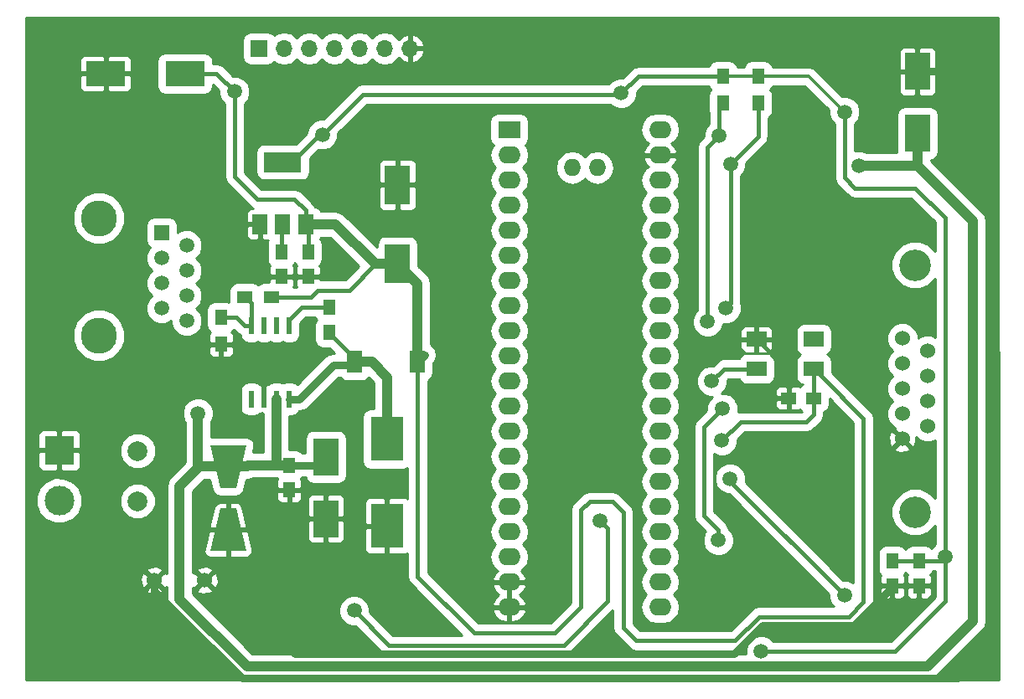
<source format=gbr>
%TF.GenerationSoftware,KiCad,Pcbnew,4.0.7*%
%TF.CreationDate,2018-03-19T17:58:48+01:00*%
%TF.ProjectId,dispenser,64697370656E7365722E6B696361645F,A*%
%TF.FileFunction,Copper,L1,Top,Signal*%
%FSLAX46Y46*%
G04 Gerber Fmt 4.6, Leading zero omitted, Abs format (unit mm)*
G04 Created by KiCad (PCBNEW 4.0.7) date 03/19/18 17:58:48*
%MOMM*%
%LPD*%
G01*
G04 APERTURE LIST*
%ADD10C,0.100000*%
%ADD11C,1.524000*%
%ADD12C,3.200000*%
%ADD13R,1.250000X1.500000*%
%ADD14R,2.500000X3.750000*%
%ADD15R,2.500000X4.000000*%
%ADD16R,3.300000X4.500000*%
%ADD17C,2.000000*%
%ADD18C,3.650000*%
%ADD19R,1.500000X1.500000*%
%ADD20C,1.500000*%
%ADD21R,1.700000X1.700000*%
%ADD22O,1.700000X1.700000*%
%ADD23R,3.000000X3.000000*%
%ADD24C,3.000000*%
%ADD25R,1.500000X2.200000*%
%ADD26R,1.300000X1.500000*%
%ADD27R,1.500000X1.300000*%
%ADD28R,2.250000X1.727200*%
%ADD29O,2.250000X1.727200*%
%ADD30O,1.727200X1.727200*%
%ADD31R,0.550000X1.750000*%
%ADD32R,3.800000X2.000000*%
%ADD33R,1.500000X2.000000*%
%ADD34R,1.500000X1.250000*%
%ADD35R,4.000000X2.500000*%
%ADD36C,0.800000*%
%ADD37C,0.400000*%
%ADD38C,1.000000*%
%ADD39C,0.300000*%
%ADD40C,0.254000*%
G04 APERTURE END LIST*
D10*
D11*
X89461200Y25243600D03*
X89461200Y27783600D03*
X89461200Y30323600D03*
X89461200Y32863600D03*
X89461200Y35403600D03*
X92001200Y26513600D03*
X92001200Y29053600D03*
X92001200Y31593600D03*
X92001200Y34133600D03*
D12*
X90731200Y17823600D03*
X90731200Y42823600D03*
D13*
X91137600Y12899200D03*
X91137600Y10399200D03*
X88445200Y12879200D03*
X88445200Y10379200D03*
X27509560Y22584308D03*
X27509560Y20084308D03*
D14*
X90985200Y56154600D03*
X90985200Y62404600D03*
X31217960Y23417908D03*
X31217960Y17167908D03*
D13*
X31548160Y36035508D03*
X31548160Y38535508D03*
D15*
X38458000Y42935200D03*
X38458000Y50935200D03*
D13*
X29415600Y44172000D03*
X29415600Y41672000D03*
X26723200Y44172000D03*
X26723200Y41672000D03*
D10*
G36*
X75724800Y36078800D02*
X75724800Y34578800D01*
X73724800Y34578800D01*
X73724800Y36078800D01*
X75724800Y36078800D01*
X75724800Y36078800D01*
G37*
G36*
X75724800Y33078800D02*
X75724800Y31578800D01*
X73724800Y31578800D01*
X73724800Y33078800D01*
X75724800Y33078800D01*
X75724800Y33078800D01*
G37*
G36*
X81524800Y33078800D02*
X81524800Y31578800D01*
X79524800Y31578800D01*
X79524800Y33078800D01*
X81524800Y33078800D01*
X81524800Y33078800D01*
G37*
G36*
X81524800Y36078800D02*
X81524800Y34578800D01*
X79524800Y34578800D01*
X79524800Y36078800D01*
X81524800Y36078800D01*
X81524800Y36078800D01*
G37*
G36*
X19538400Y24599200D02*
X23138400Y24599200D01*
X22138400Y20299200D01*
X20538400Y20299200D01*
X19538400Y24599200D01*
X19538400Y24599200D01*
G37*
G36*
X23138400Y13899200D02*
X19538400Y13899200D01*
X20538400Y18199200D01*
X22138400Y18199200D01*
X23138400Y13899200D01*
X23138400Y13899200D01*
G37*
D16*
X37391200Y25224000D03*
X37391200Y16424000D03*
D17*
X12194400Y24024400D03*
X12184400Y18944400D03*
D18*
X8264901Y35698291D03*
X8264901Y47568291D03*
D19*
X14614901Y46078291D03*
D20*
X17154901Y44808291D03*
X14614901Y43538291D03*
X17154901Y42268291D03*
X14614901Y40998291D03*
X17154901Y39728291D03*
X14614901Y38458291D03*
X17154901Y37188291D03*
D21*
X24488000Y64715200D03*
D22*
X27028000Y64715200D03*
X29568000Y64715200D03*
X32108000Y64715200D03*
X34648000Y64715200D03*
X37188000Y64715200D03*
X39728000Y64715200D03*
D23*
X4269600Y24075200D03*
D24*
X4269600Y18995200D03*
D25*
X34088560Y33018308D03*
X40488560Y33018308D03*
D26*
X74881600Y61899600D03*
X74881600Y59199600D03*
X71325600Y61899600D03*
X71325600Y59199600D03*
D27*
X25736400Y39569200D03*
X23036400Y39569200D03*
D26*
X20627200Y34815600D03*
X20627200Y37515600D03*
D28*
X49735600Y56485600D03*
D29*
X49735600Y53945600D03*
X49735600Y51405600D03*
X49735600Y48865600D03*
X49735600Y46325600D03*
X49735600Y43785600D03*
X49735600Y41245600D03*
X49735600Y38705600D03*
X49735600Y36165600D03*
X49735600Y33625600D03*
X49735600Y31085600D03*
X49735600Y28545600D03*
X49735600Y26005600D03*
X49735600Y23465600D03*
X49735600Y20925600D03*
X49735600Y18385600D03*
X49735600Y15845600D03*
X49735600Y13305600D03*
X49735600Y10765600D03*
X49735600Y8225600D03*
X64975600Y8225600D03*
X64975600Y10765600D03*
X64975600Y13305600D03*
X64975600Y15845600D03*
X64975600Y18385600D03*
X64975600Y20925600D03*
X64975600Y23465600D03*
X64975600Y26005600D03*
X64975600Y28545600D03*
X64975600Y31085600D03*
X64975600Y33625600D03*
X64975600Y36165600D03*
X64975600Y38705600D03*
X64975600Y41245600D03*
X64975600Y43785600D03*
X64975600Y46325600D03*
X64975600Y48865600D03*
X64975600Y51405600D03*
X64975600Y53945600D03*
X64975600Y56536400D03*
D30*
X58635600Y52675600D03*
X56095600Y52675600D03*
D31*
X27478561Y36671308D03*
X26208561Y36671308D03*
X24938561Y36671308D03*
X23668561Y36671308D03*
X23668561Y29271308D03*
X24938561Y29271308D03*
X26208561Y29271308D03*
X27478561Y29271308D03*
D32*
X26861600Y53235200D03*
D33*
X26861600Y46935200D03*
X29161600Y46935200D03*
X24561600Y46935200D03*
D34*
X80500400Y29358400D03*
X78000400Y29358400D03*
D35*
X16969600Y62175200D03*
X8969600Y62175200D03*
D11*
X13870800Y10943400D03*
X18950800Y10943400D03*
D20*
X85041600Y52828000D03*
X18290400Y27834400D03*
X70208000Y31085600D03*
X75204043Y3762021D03*
X93779200Y13356400D03*
X83611938Y58300029D03*
X61064000Y60194000D03*
X30848686Y56006468D03*
X72047515Y21220009D03*
X83619200Y9394000D03*
X69777821Y37077203D03*
X70970000Y55926800D03*
X71613869Y38477062D03*
X72087600Y53031200D03*
X58949119Y16974701D03*
X34075477Y7877017D03*
X71274800Y28291600D03*
X70868400Y14982000D03*
X71224000Y25091200D03*
X21977542Y60370769D03*
D36*
X98275000Y61438600D02*
X97309000Y62404600D01*
X97309000Y62404600D02*
X90985200Y62404600D01*
X98275000Y4187000D02*
X98275000Y61438600D01*
X95100000Y1012000D02*
X98275000Y4187000D01*
X22724570Y1012000D02*
X95100000Y1012000D01*
X13870800Y9865770D02*
X22724570Y1012000D01*
X13870800Y10943400D02*
X13870800Y9865770D01*
X88445200Y10254200D02*
X88445200Y10379200D01*
X75316841Y6346000D02*
X84537000Y6346000D01*
X28069400Y3475800D02*
X72446641Y3475800D01*
X84537000Y6346000D02*
X88445200Y10254200D01*
X21338400Y10206800D02*
X28069400Y3475800D01*
X72446641Y3475800D02*
X75316841Y6346000D01*
D37*
X21338400Y16049200D02*
X21338400Y10206800D01*
X78000400Y29358400D02*
X78000400Y32053200D01*
X78000400Y32053200D02*
X74724800Y35328800D01*
X24938561Y29271308D02*
X24938561Y31831458D01*
X24938561Y31831458D02*
X21954419Y34815600D01*
X21954419Y34815600D02*
X20627200Y34815600D01*
D38*
X18422435Y22449200D02*
X16439452Y20466217D01*
X92032811Y2212011D02*
X96593141Y6772341D01*
X16439452Y9009748D02*
X23237189Y2212011D01*
X96593141Y47245261D02*
X90959602Y52878800D01*
X23237189Y2212011D02*
X92032811Y2212011D01*
X16439452Y20466217D02*
X16439452Y9009748D01*
X96593141Y6772341D02*
X96593141Y47245261D01*
X23379708Y22584308D02*
X26215200Y22584308D01*
X26208561Y29271308D02*
X26208561Y22590947D01*
X26215200Y22584308D02*
X27509560Y22584308D01*
X26208561Y22590947D02*
X26215200Y22584308D01*
X23244600Y22449200D02*
X23379708Y22584308D01*
X18290400Y27834400D02*
X18290400Y22581235D01*
X18290400Y22581235D02*
X18422435Y22449200D01*
X19458800Y22449200D02*
X18422435Y22449200D01*
X19458800Y22449200D02*
X21338400Y22449200D01*
X23244600Y22449200D02*
X21338400Y22449200D01*
X90959602Y52878800D02*
X90985200Y52904398D01*
X90985200Y52904398D02*
X90985200Y56154600D01*
X90959602Y52878800D02*
X85092400Y52878800D01*
X85092400Y52878800D02*
X85041600Y52828000D01*
D36*
X31491761Y23691709D02*
X31217960Y23417908D01*
X27509560Y22584308D02*
X30384360Y22584308D01*
X30384360Y22584308D02*
X31217960Y23417908D01*
D37*
X74724800Y32328800D02*
X71451200Y32328800D01*
X71451200Y32328800D02*
X70208000Y31085600D01*
X76264703Y3762021D02*
X75204043Y3762021D01*
X88679986Y3762021D02*
X76264703Y3762021D01*
X93779200Y8861235D02*
X88679986Y3762021D01*
X93779200Y13356400D02*
X93779200Y8861235D01*
X91137600Y12899200D02*
X93322000Y12899200D01*
X93322000Y12899200D02*
X93779200Y13356400D01*
X88445200Y12879200D02*
X91117600Y12879200D01*
X91117600Y12879200D02*
X91137600Y12899200D01*
X84686000Y50592800D02*
X83611938Y51666862D01*
X83611938Y51666862D02*
X83611938Y58300029D01*
X90782000Y50592800D02*
X84686000Y50592800D01*
X93779200Y47595600D02*
X90782000Y50592800D01*
X93779200Y13356400D02*
X93779200Y47595600D01*
D39*
X80012367Y61899600D02*
X82861939Y59050028D01*
X74881600Y61899600D02*
X80012367Y61899600D01*
X82861939Y59050028D02*
X83611938Y58300029D01*
D37*
X71325600Y61899600D02*
X62769600Y61899600D01*
X62769600Y61899600D02*
X61064000Y60194000D01*
X34934618Y60092400D02*
X60962400Y60092400D01*
X60962400Y60092400D02*
X61064000Y60194000D01*
X30848686Y56006468D02*
X34934618Y60092400D01*
D39*
X71325600Y61899600D02*
X72275600Y61899600D01*
X72275600Y61899600D02*
X74881600Y61899600D01*
D37*
X26861600Y53235200D02*
X27761600Y53235200D01*
X30532868Y56006468D02*
X30848686Y56006468D01*
X27761600Y53235200D02*
X30532868Y56006468D01*
X26723200Y44172000D02*
X26723200Y46796800D01*
X26723200Y46796800D02*
X26861600Y46935200D01*
D38*
X37391200Y25224000D02*
X37391200Y31465668D01*
X37391200Y31465668D02*
X35838560Y33018308D01*
X35838560Y33018308D02*
X34088560Y33018308D01*
D37*
X31548160Y36035508D02*
X31548160Y35910508D01*
X31548160Y35910508D02*
X34088560Y33370108D01*
X34088560Y33370108D02*
X34088560Y33018308D01*
D36*
X31950561Y32668308D02*
X34088560Y32668308D01*
X28553561Y29271308D02*
X31950561Y32668308D01*
X27478561Y29271308D02*
X28553561Y29271308D01*
D37*
X34088560Y32668308D02*
X34088560Y33018308D01*
X72047515Y20965685D02*
X72047515Y21220009D01*
X83619200Y9394000D02*
X72047515Y20965685D01*
X70970000Y55926800D02*
X70970000Y58844000D01*
X70970000Y58844000D02*
X71325600Y59199600D01*
X69777821Y54734621D02*
X69777821Y37077203D01*
X70970000Y55926800D02*
X69777821Y54734621D01*
X74881600Y59199600D02*
X74881600Y55825200D01*
X74881600Y55825200D02*
X72087600Y53031200D01*
D39*
X72087600Y38950793D02*
X71613869Y38477062D01*
D37*
X72087600Y53031200D02*
X72087600Y38950793D01*
X59699118Y8817153D02*
X59699118Y16224702D01*
X34075477Y7877017D02*
X37576505Y4375989D01*
X59699118Y16224702D02*
X58949119Y16974701D01*
X55257954Y4375989D02*
X59699118Y8817153D01*
X37576505Y4375989D02*
X55257954Y4375989D01*
X31548160Y38535508D02*
X28742761Y38535508D01*
X28742761Y38535508D02*
X27478561Y37271308D01*
X27478561Y37271308D02*
X27478561Y36671308D01*
X71274800Y28291600D02*
X69437839Y26454639D01*
X69437839Y26454639D02*
X69437839Y17473221D01*
X69437839Y17473221D02*
X70868400Y16042660D01*
X70868400Y16042660D02*
X70868400Y14982000D01*
X23668561Y36671308D02*
X23668561Y38937039D01*
X23668561Y38937039D02*
X23036400Y39569200D01*
X22993561Y36671308D02*
X22149269Y37515600D01*
X22149269Y37515600D02*
X20627200Y37515600D01*
X22993561Y36671308D02*
X23668561Y36671308D01*
X29161600Y46935200D02*
X29161600Y48335200D01*
X29161600Y48335200D02*
X28015741Y49481059D01*
X28015741Y49481059D02*
X24278941Y49481059D01*
X24278941Y49481059D02*
X21977542Y51782458D01*
X21977542Y51782458D02*
X21977542Y59310109D01*
X21977542Y59310109D02*
X21977542Y60370769D01*
X40488560Y33018308D02*
X40488560Y11325840D01*
X74955581Y7257546D02*
X84079910Y7257546D01*
X61239000Y17829645D02*
X61239000Y6162525D01*
X40488560Y11325840D02*
X46230400Y5584000D01*
X46230400Y5584000D02*
X54358400Y5584000D01*
X85530564Y27323036D02*
X81345510Y31508090D01*
X85530564Y8708200D02*
X85530564Y27323036D01*
X84079910Y7257546D02*
X85530564Y8708200D01*
X54358400Y5584000D02*
X57001166Y8226766D01*
X57001166Y8226766D02*
X57001166Y18070425D01*
X72520035Y4822000D02*
X74955581Y7257546D01*
X57001166Y18070425D02*
X57861052Y18930311D01*
X81345510Y31508090D02*
X80524800Y32328800D01*
X57861052Y18930311D02*
X60138334Y18930311D01*
X60138334Y18930311D02*
X61239000Y17829645D01*
X61239000Y6162525D02*
X62579525Y4822000D01*
X62579525Y4822000D02*
X72520035Y4822000D01*
X79758400Y26970800D02*
X80500400Y27712800D01*
X80500400Y27712800D02*
X80500400Y29358400D01*
X73103600Y26970800D02*
X79758400Y26970800D01*
X71224000Y25091200D02*
X73103600Y26970800D01*
X80500400Y29358400D02*
X80500400Y32304400D01*
X80500400Y32304400D02*
X80524800Y32328800D01*
X16969600Y62175200D02*
X20173111Y62175200D01*
X20173111Y62175200D02*
X21977542Y60370769D01*
X29161600Y46935200D02*
X29135805Y46935200D01*
X29415600Y44172000D02*
X29415600Y46681200D01*
X29415600Y46681200D02*
X29161600Y46935200D01*
X25736400Y39569200D02*
X29689402Y39569200D01*
X29689402Y39569200D02*
X30402910Y40282708D01*
X30402910Y40282708D02*
X33574160Y40282708D01*
D38*
X38458000Y42935200D02*
X36187466Y42935200D01*
X36187466Y42935200D02*
X32187466Y46935200D01*
X32187466Y46935200D02*
X29161600Y46935200D01*
X29294000Y46802800D02*
X29161600Y46935200D01*
D37*
X33574160Y40282708D02*
X36226652Y42935200D01*
X36226652Y42935200D02*
X38458000Y42935200D01*
D38*
X40488560Y33018308D02*
X40488560Y40904640D01*
X40488560Y40904640D02*
X38458000Y42935200D01*
D36*
X41214160Y33743908D02*
X40488560Y33018308D01*
D37*
X40488560Y33018308D02*
X40488560Y33368308D01*
D40*
G36*
X99176067Y897771D02*
X92087918Y895973D01*
X92540632Y986023D01*
X92971142Y1273680D01*
X97531469Y5834008D01*
X97531472Y5834010D01*
X97819129Y6264520D01*
X97835888Y6348774D01*
X97920142Y6772341D01*
X97920141Y6772346D01*
X97920141Y47245261D01*
X97819129Y47753082D01*
X97531472Y48183592D01*
X92312200Y53402864D01*
X92312200Y53450888D01*
X92541668Y53494065D01*
X92823139Y53675187D01*
X93011969Y53951548D01*
X93078401Y54279600D01*
X93078401Y58029600D01*
X93020735Y58336068D01*
X92839613Y58617539D01*
X92563252Y58806369D01*
X92235200Y58872801D01*
X89735200Y58872801D01*
X89428732Y58815135D01*
X89147261Y58634013D01*
X88958431Y58357652D01*
X88891999Y58029600D01*
X88891999Y54279600D01*
X88905885Y54205800D01*
X85835727Y54205800D01*
X85356661Y54404725D01*
X84729292Y54405273D01*
X84638938Y54367940D01*
X84638938Y57096967D01*
X84948074Y57405564D01*
X85188663Y57984968D01*
X85189211Y58612337D01*
X84949633Y59192161D01*
X84506403Y59636165D01*
X83926999Y59876754D01*
X83416454Y59877200D01*
X81174804Y62118850D01*
X89100200Y62118850D01*
X89100200Y60403291D01*
X89196873Y60169902D01*
X89375501Y59991273D01*
X89608890Y59894600D01*
X90699450Y59894600D01*
X90858200Y60053350D01*
X90858200Y62277600D01*
X91112200Y62277600D01*
X91112200Y60053350D01*
X91270950Y59894600D01*
X92361510Y59894600D01*
X92594899Y59991273D01*
X92773527Y60169902D01*
X92870200Y60403291D01*
X92870200Y62118850D01*
X92711450Y62277600D01*
X91112200Y62277600D01*
X90858200Y62277600D01*
X89258950Y62277600D01*
X89100200Y62118850D01*
X81174804Y62118850D01*
X80703210Y62590443D01*
X80614675Y62649600D01*
X80386249Y62802230D01*
X80012367Y62876600D01*
X76332088Y62876600D01*
X76317135Y62956068D01*
X76136013Y63237539D01*
X75859652Y63426369D01*
X75531600Y63492801D01*
X74231600Y63492801D01*
X73925132Y63435135D01*
X73643661Y63254013D01*
X73454831Y62977652D01*
X73434368Y62876600D01*
X72776088Y62876600D01*
X72761135Y62956068D01*
X72580013Y63237539D01*
X72303652Y63426369D01*
X71975600Y63492801D01*
X70675600Y63492801D01*
X70369132Y63435135D01*
X70087661Y63254013D01*
X69898831Y62977652D01*
X69888493Y62926600D01*
X62769605Y62926600D01*
X62769600Y62926601D01*
X62441791Y62861394D01*
X62376584Y62848424D01*
X62043401Y62625799D01*
X62043399Y62625796D01*
X61188494Y61770891D01*
X60751692Y61771273D01*
X60171868Y61531695D01*
X59758853Y61119400D01*
X34934618Y61119400D01*
X34541602Y61041224D01*
X34208419Y60818599D01*
X34208417Y60818596D01*
X30973180Y57583359D01*
X30536378Y57583741D01*
X29956554Y57344163D01*
X29512550Y56900933D01*
X29271961Y56321529D01*
X29271853Y56197851D01*
X28152403Y55078401D01*
X24961600Y55078401D01*
X24655132Y55020735D01*
X24373661Y54839613D01*
X24184831Y54563252D01*
X24118399Y54235200D01*
X24118399Y52235200D01*
X24176065Y51928732D01*
X24357187Y51647261D01*
X24633548Y51458431D01*
X24961600Y51391999D01*
X28761600Y51391999D01*
X29068068Y51449665D01*
X29349539Y51630787D01*
X29538369Y51907148D01*
X29604801Y52235200D01*
X29604801Y53061509D01*
X36573000Y53061509D01*
X36573000Y51220950D01*
X36731750Y51062200D01*
X38331000Y51062200D01*
X38331000Y53411450D01*
X38585000Y53411450D01*
X38585000Y51062200D01*
X40184250Y51062200D01*
X40343000Y51220950D01*
X40343000Y53061509D01*
X40246327Y53294898D01*
X40067699Y53473527D01*
X39834310Y53570200D01*
X38743750Y53570200D01*
X38585000Y53411450D01*
X38331000Y53411450D01*
X38172250Y53570200D01*
X37081690Y53570200D01*
X36848301Y53473527D01*
X36669673Y53294898D01*
X36573000Y53061509D01*
X29604801Y53061509D01*
X29604801Y53626003D01*
X29924398Y53945600D01*
X47745358Y53945600D01*
X47874047Y53298635D01*
X48240523Y52750165D01*
X48352117Y52675600D01*
X48240523Y52601035D01*
X47874047Y52052565D01*
X47745358Y51405600D01*
X47874047Y50758635D01*
X48240523Y50210165D01*
X48352117Y50135600D01*
X48240523Y50061035D01*
X47874047Y49512565D01*
X47745358Y48865600D01*
X47874047Y48218635D01*
X48240523Y47670165D01*
X48352117Y47595600D01*
X48240523Y47521035D01*
X47874047Y46972565D01*
X47745358Y46325600D01*
X47874047Y45678635D01*
X48240523Y45130165D01*
X48352117Y45055600D01*
X48240523Y44981035D01*
X47874047Y44432565D01*
X47745358Y43785600D01*
X47874047Y43138635D01*
X48240523Y42590165D01*
X48352117Y42515600D01*
X48240523Y42441035D01*
X47874047Y41892565D01*
X47745358Y41245600D01*
X47874047Y40598635D01*
X48240523Y40050165D01*
X48352117Y39975600D01*
X48240523Y39901035D01*
X47874047Y39352565D01*
X47745358Y38705600D01*
X47874047Y38058635D01*
X48240523Y37510165D01*
X48352117Y37435600D01*
X48240523Y37361035D01*
X47874047Y36812565D01*
X47745358Y36165600D01*
X47874047Y35518635D01*
X48240523Y34970165D01*
X48352117Y34895600D01*
X48240523Y34821035D01*
X47874047Y34272565D01*
X47745358Y33625600D01*
X47874047Y32978635D01*
X48240523Y32430165D01*
X48352117Y32355600D01*
X48240523Y32281035D01*
X47874047Y31732565D01*
X47745358Y31085600D01*
X47874047Y30438635D01*
X48240523Y29890165D01*
X48352117Y29815600D01*
X48240523Y29741035D01*
X47874047Y29192565D01*
X47745358Y28545600D01*
X47874047Y27898635D01*
X48240523Y27350165D01*
X48352117Y27275600D01*
X48240523Y27201035D01*
X47874047Y26652565D01*
X47745358Y26005600D01*
X47874047Y25358635D01*
X48240523Y24810165D01*
X48352117Y24735600D01*
X48240523Y24661035D01*
X47874047Y24112565D01*
X47745358Y23465600D01*
X47874047Y22818635D01*
X48240523Y22270165D01*
X48352117Y22195600D01*
X48240523Y22121035D01*
X47874047Y21572565D01*
X47745358Y20925600D01*
X47874047Y20278635D01*
X48240523Y19730165D01*
X48352117Y19655600D01*
X48240523Y19581035D01*
X47874047Y19032565D01*
X47745358Y18385600D01*
X47874047Y17738635D01*
X48240523Y17190165D01*
X48352117Y17115600D01*
X48240523Y17041035D01*
X47874047Y16492565D01*
X47745358Y15845600D01*
X47874047Y15198635D01*
X48240523Y14650165D01*
X48352117Y14575600D01*
X48240523Y14501035D01*
X47874047Y13952565D01*
X47745358Y13305600D01*
X47874047Y12658635D01*
X48240523Y12110165D01*
X48541896Y11908794D01*
X48324727Y11735468D01*
X48041073Y11221757D01*
X48019242Y11124626D01*
X48140383Y10892600D01*
X49608600Y10892600D01*
X49608600Y10912600D01*
X49862600Y10912600D01*
X49862600Y10892600D01*
X51330817Y10892600D01*
X51451958Y11124626D01*
X51430127Y11221757D01*
X51146473Y11735468D01*
X50929304Y11908794D01*
X51230677Y12110165D01*
X51597153Y12658635D01*
X51725842Y13305600D01*
X51597153Y13952565D01*
X51230677Y14501035D01*
X51119083Y14575600D01*
X51230677Y14650165D01*
X51597153Y15198635D01*
X51725842Y15845600D01*
X51597153Y16492565D01*
X51230677Y17041035D01*
X51119083Y17115600D01*
X51230677Y17190165D01*
X51597153Y17738635D01*
X51725842Y18385600D01*
X51597153Y19032565D01*
X51230677Y19581035D01*
X51119083Y19655600D01*
X51230677Y19730165D01*
X51597153Y20278635D01*
X51725842Y20925600D01*
X51597153Y21572565D01*
X51230677Y22121035D01*
X51119083Y22195600D01*
X51230677Y22270165D01*
X51597153Y22818635D01*
X51725842Y23465600D01*
X51597153Y24112565D01*
X51230677Y24661035D01*
X51119083Y24735600D01*
X51230677Y24810165D01*
X51597153Y25358635D01*
X51725842Y26005600D01*
X51597153Y26652565D01*
X51230677Y27201035D01*
X51119083Y27275600D01*
X51230677Y27350165D01*
X51597153Y27898635D01*
X51725842Y28545600D01*
X51597153Y29192565D01*
X51230677Y29741035D01*
X51119083Y29815600D01*
X51230677Y29890165D01*
X51597153Y30438635D01*
X51725842Y31085600D01*
X51597153Y31732565D01*
X51230677Y32281035D01*
X51119083Y32355600D01*
X51230677Y32430165D01*
X51597153Y32978635D01*
X51725842Y33625600D01*
X51597153Y34272565D01*
X51230677Y34821035D01*
X51119083Y34895600D01*
X51230677Y34970165D01*
X51597153Y35518635D01*
X51725842Y36165600D01*
X51597153Y36812565D01*
X51230677Y37361035D01*
X51119083Y37435600D01*
X51230677Y37510165D01*
X51597153Y38058635D01*
X51725842Y38705600D01*
X51597153Y39352565D01*
X51230677Y39901035D01*
X51119083Y39975600D01*
X51230677Y40050165D01*
X51597153Y40598635D01*
X51725842Y41245600D01*
X51597153Y41892565D01*
X51230677Y42441035D01*
X51119083Y42515600D01*
X51230677Y42590165D01*
X51597153Y43138635D01*
X51725842Y43785600D01*
X51597153Y44432565D01*
X51230677Y44981035D01*
X51119083Y45055600D01*
X51230677Y45130165D01*
X51597153Y45678635D01*
X51725842Y46325600D01*
X51597153Y46972565D01*
X51230677Y47521035D01*
X51119083Y47595600D01*
X51230677Y47670165D01*
X51597153Y48218635D01*
X51725842Y48865600D01*
X51597153Y49512565D01*
X51230677Y50061035D01*
X51119083Y50135600D01*
X51230677Y50210165D01*
X51597153Y50758635D01*
X51725842Y51405600D01*
X51597153Y52052565D01*
X51230677Y52601035D01*
X51119083Y52675600D01*
X51168651Y52708721D01*
X54405000Y52708721D01*
X54405000Y52642479D01*
X54533689Y51995514D01*
X54900165Y51447044D01*
X55448635Y51080568D01*
X56095600Y50951879D01*
X56742565Y51080568D01*
X57291035Y51447044D01*
X57365600Y51558638D01*
X57440165Y51447044D01*
X57988635Y51080568D01*
X58635600Y50951879D01*
X59282565Y51080568D01*
X59769009Y51405600D01*
X62985358Y51405600D01*
X63114047Y50758635D01*
X63480523Y50210165D01*
X63592117Y50135600D01*
X63480523Y50061035D01*
X63114047Y49512565D01*
X62985358Y48865600D01*
X63114047Y48218635D01*
X63480523Y47670165D01*
X63592117Y47595600D01*
X63480523Y47521035D01*
X63114047Y46972565D01*
X62985358Y46325600D01*
X63114047Y45678635D01*
X63480523Y45130165D01*
X63592117Y45055600D01*
X63480523Y44981035D01*
X63114047Y44432565D01*
X62985358Y43785600D01*
X63114047Y43138635D01*
X63480523Y42590165D01*
X63592117Y42515600D01*
X63480523Y42441035D01*
X63114047Y41892565D01*
X62985358Y41245600D01*
X63114047Y40598635D01*
X63480523Y40050165D01*
X63592117Y39975600D01*
X63480523Y39901035D01*
X63114047Y39352565D01*
X62985358Y38705600D01*
X63114047Y38058635D01*
X63480523Y37510165D01*
X63592117Y37435600D01*
X63480523Y37361035D01*
X63114047Y36812565D01*
X62985358Y36165600D01*
X63114047Y35518635D01*
X63480523Y34970165D01*
X63592117Y34895600D01*
X63480523Y34821035D01*
X63114047Y34272565D01*
X62985358Y33625600D01*
X63114047Y32978635D01*
X63480523Y32430165D01*
X63592117Y32355600D01*
X63480523Y32281035D01*
X63114047Y31732565D01*
X62985358Y31085600D01*
X63114047Y30438635D01*
X63480523Y29890165D01*
X63592117Y29815600D01*
X63480523Y29741035D01*
X63114047Y29192565D01*
X62985358Y28545600D01*
X63114047Y27898635D01*
X63480523Y27350165D01*
X63592117Y27275600D01*
X63480523Y27201035D01*
X63114047Y26652565D01*
X62985358Y26005600D01*
X63114047Y25358635D01*
X63480523Y24810165D01*
X63592117Y24735600D01*
X63480523Y24661035D01*
X63114047Y24112565D01*
X62985358Y23465600D01*
X63114047Y22818635D01*
X63480523Y22270165D01*
X63592117Y22195600D01*
X63480523Y22121035D01*
X63114047Y21572565D01*
X62985358Y20925600D01*
X63114047Y20278635D01*
X63480523Y19730165D01*
X63592117Y19655600D01*
X63480523Y19581035D01*
X63114047Y19032565D01*
X62985358Y18385600D01*
X63114047Y17738635D01*
X63480523Y17190165D01*
X63592117Y17115600D01*
X63480523Y17041035D01*
X63114047Y16492565D01*
X62985358Y15845600D01*
X63114047Y15198635D01*
X63480523Y14650165D01*
X63592117Y14575600D01*
X63480523Y14501035D01*
X63114047Y13952565D01*
X62985358Y13305600D01*
X63114047Y12658635D01*
X63480523Y12110165D01*
X63592117Y12035600D01*
X63480523Y11961035D01*
X63114047Y11412565D01*
X62985358Y10765600D01*
X63114047Y10118635D01*
X63480523Y9570165D01*
X63592117Y9495600D01*
X63480523Y9421035D01*
X63114047Y8872565D01*
X62985358Y8225600D01*
X63114047Y7578635D01*
X63480523Y7030165D01*
X64028993Y6663689D01*
X64675958Y6535000D01*
X65275242Y6535000D01*
X65922207Y6663689D01*
X66470677Y7030165D01*
X66837153Y7578635D01*
X66965842Y8225600D01*
X66837153Y8872565D01*
X66470677Y9421035D01*
X66359083Y9495600D01*
X66470677Y9570165D01*
X66837153Y10118635D01*
X66965842Y10765600D01*
X66837153Y11412565D01*
X66470677Y11961035D01*
X66359083Y12035600D01*
X66470677Y12110165D01*
X66837153Y12658635D01*
X66965842Y13305600D01*
X66837153Y13952565D01*
X66470677Y14501035D01*
X66359083Y14575600D01*
X66470677Y14650165D01*
X66837153Y15198635D01*
X66965842Y15845600D01*
X66837153Y16492565D01*
X66470677Y17041035D01*
X66359083Y17115600D01*
X66470677Y17190165D01*
X66837153Y17738635D01*
X66965842Y18385600D01*
X66837153Y19032565D01*
X66470677Y19581035D01*
X66359083Y19655600D01*
X66470677Y19730165D01*
X66837153Y20278635D01*
X66965842Y20925600D01*
X66837153Y21572565D01*
X66470677Y22121035D01*
X66359083Y22195600D01*
X66470677Y22270165D01*
X66837153Y22818635D01*
X66965842Y23465600D01*
X66837153Y24112565D01*
X66470677Y24661035D01*
X66359083Y24735600D01*
X66470677Y24810165D01*
X66837153Y25358635D01*
X66965842Y26005600D01*
X66837153Y26652565D01*
X66470677Y27201035D01*
X66359083Y27275600D01*
X66470677Y27350165D01*
X66837153Y27898635D01*
X66965842Y28545600D01*
X66837153Y29192565D01*
X66470677Y29741035D01*
X66359083Y29815600D01*
X66470677Y29890165D01*
X66837153Y30438635D01*
X66965842Y31085600D01*
X66837153Y31732565D01*
X66470677Y32281035D01*
X66359083Y32355600D01*
X66470677Y32430165D01*
X66837153Y32978635D01*
X66965842Y33625600D01*
X66837153Y34272565D01*
X66470677Y34821035D01*
X66359083Y34895600D01*
X66470677Y34970165D01*
X66625450Y35201800D01*
X73077360Y35201800D01*
X73077360Y34578800D01*
X73121638Y34343483D01*
X73260710Y34127359D01*
X73472910Y33982369D01*
X73724800Y33931360D01*
X74597800Y33931360D01*
X74597800Y35201800D01*
X74851800Y35201800D01*
X74851800Y33931360D01*
X75724800Y33931360D01*
X75960117Y33975638D01*
X76176241Y34114710D01*
X76321231Y34326910D01*
X76372240Y34578800D01*
X76372240Y35201800D01*
X74851800Y35201800D01*
X74597800Y35201800D01*
X73077360Y35201800D01*
X66625450Y35201800D01*
X66837153Y35518635D01*
X66965842Y36165600D01*
X66837153Y36812565D01*
X66470677Y37361035D01*
X66359083Y37435600D01*
X66470677Y37510165D01*
X66837153Y38058635D01*
X66965842Y38705600D01*
X66837153Y39352565D01*
X66470677Y39901035D01*
X66359083Y39975600D01*
X66470677Y40050165D01*
X66837153Y40598635D01*
X66965842Y41245600D01*
X66837153Y41892565D01*
X66470677Y42441035D01*
X66359083Y42515600D01*
X66470677Y42590165D01*
X66837153Y43138635D01*
X66965842Y43785600D01*
X66837153Y44432565D01*
X66470677Y44981035D01*
X66359083Y45055600D01*
X66470677Y45130165D01*
X66837153Y45678635D01*
X66965842Y46325600D01*
X66837153Y46972565D01*
X66470677Y47521035D01*
X66359083Y47595600D01*
X66470677Y47670165D01*
X66837153Y48218635D01*
X66965842Y48865600D01*
X66837153Y49512565D01*
X66470677Y50061035D01*
X66359083Y50135600D01*
X66470677Y50210165D01*
X66837153Y50758635D01*
X66965842Y51405600D01*
X66837153Y52052565D01*
X66470677Y52601035D01*
X66169304Y52802406D01*
X66386473Y52975732D01*
X66670127Y53489443D01*
X66691958Y53586574D01*
X66570817Y53818600D01*
X65102600Y53818600D01*
X65102600Y53798600D01*
X64848600Y53798600D01*
X64848600Y53818600D01*
X63380383Y53818600D01*
X63259242Y53586574D01*
X63281073Y53489443D01*
X63564727Y52975732D01*
X63781896Y52802406D01*
X63480523Y52601035D01*
X63114047Y52052565D01*
X62985358Y51405600D01*
X59769009Y51405600D01*
X59831035Y51447044D01*
X60197511Y51995514D01*
X60326200Y52642479D01*
X60326200Y52708721D01*
X60197511Y53355686D01*
X59831035Y53904156D01*
X59282565Y54270632D01*
X58635600Y54399321D01*
X57988635Y54270632D01*
X57440165Y53904156D01*
X57365600Y53792562D01*
X57291035Y53904156D01*
X56742565Y54270632D01*
X56095600Y54399321D01*
X55448635Y54270632D01*
X54900165Y53904156D01*
X54533689Y53355686D01*
X54405000Y52708721D01*
X51168651Y52708721D01*
X51230677Y52750165D01*
X51597153Y53298635D01*
X51725842Y53945600D01*
X51597153Y54592565D01*
X51353867Y54956667D01*
X51448539Y55017587D01*
X51637369Y55293948D01*
X51703801Y55622000D01*
X51703801Y56536400D01*
X62985358Y56536400D01*
X63114047Y55889435D01*
X63480523Y55340965D01*
X63816541Y55116445D01*
X63564727Y54915468D01*
X63281073Y54401757D01*
X63259242Y54304626D01*
X63380383Y54072600D01*
X64848600Y54072600D01*
X64848600Y54092600D01*
X65102600Y54092600D01*
X65102600Y54072600D01*
X66570817Y54072600D01*
X66691958Y54304626D01*
X66670127Y54401757D01*
X66386473Y54915468D01*
X66134659Y55116445D01*
X66470677Y55340965D01*
X66837153Y55889435D01*
X66965842Y56536400D01*
X66837153Y57183365D01*
X66470677Y57731835D01*
X65922207Y58098311D01*
X65275242Y58227000D01*
X64675958Y58227000D01*
X64028993Y58098311D01*
X63480523Y57731835D01*
X63114047Y57183365D01*
X62985358Y56536400D01*
X51703801Y56536400D01*
X51703801Y57349200D01*
X51646135Y57655668D01*
X51465013Y57937139D01*
X51188652Y58125969D01*
X50860600Y58192401D01*
X48610600Y58192401D01*
X48304132Y58134735D01*
X48022661Y57953613D01*
X47833831Y57677252D01*
X47767399Y57349200D01*
X47767399Y55622000D01*
X47825065Y55315532D01*
X48006187Y55034061D01*
X48117998Y54957664D01*
X47874047Y54592565D01*
X47745358Y53945600D01*
X29924398Y53945600D01*
X30445241Y54466443D01*
X30533625Y54429743D01*
X31160994Y54429195D01*
X31740818Y54668773D01*
X32184822Y55112003D01*
X32425411Y55691407D01*
X32425795Y56131179D01*
X35360015Y59065400D01*
X59962361Y59065400D01*
X60169535Y58857864D01*
X60748939Y58617275D01*
X61376308Y58616727D01*
X61956132Y58856305D01*
X62400136Y59299535D01*
X62640725Y59878939D01*
X62641109Y60318712D01*
X63194997Y60872600D01*
X69884520Y60872600D01*
X69890065Y60843132D01*
X70071187Y60561661D01*
X70085980Y60551553D01*
X69898831Y60277652D01*
X69832399Y59949600D01*
X69832399Y58449600D01*
X69890065Y58143132D01*
X69943000Y58060869D01*
X69943000Y57129862D01*
X69633864Y56821265D01*
X69393275Y56241861D01*
X69392891Y55802089D01*
X69051622Y55460820D01*
X68828997Y55127637D01*
X68750821Y54734621D01*
X68750821Y38280265D01*
X68441685Y37971668D01*
X68201096Y37392264D01*
X68200548Y36764895D01*
X68440126Y36185071D01*
X68883356Y35741067D01*
X69462760Y35500478D01*
X70090129Y35499930D01*
X70669953Y35739508D01*
X71009837Y36078800D01*
X73077360Y36078800D01*
X73077360Y35455800D01*
X74597800Y35455800D01*
X74597800Y36726240D01*
X74851800Y36726240D01*
X74851800Y35455800D01*
X76372240Y35455800D01*
X76372240Y36078800D01*
X76327962Y36314117D01*
X76188890Y36530241D01*
X75976690Y36675231D01*
X75724800Y36726240D01*
X74851800Y36726240D01*
X74597800Y36726240D01*
X73724800Y36726240D01*
X73489483Y36681962D01*
X73273359Y36542890D01*
X73128369Y36330690D01*
X73077360Y36078800D01*
X71009837Y36078800D01*
X71113957Y36182738D01*
X71354546Y36762142D01*
X71354667Y36900288D01*
X71926177Y36899789D01*
X72506001Y37139367D01*
X72950005Y37582597D01*
X73190594Y38162001D01*
X73191142Y38789370D01*
X73114600Y38974616D01*
X73114600Y51828138D01*
X73423736Y52136735D01*
X73664325Y52716139D01*
X73664709Y53155911D01*
X75607796Y55098999D01*
X75607799Y55099001D01*
X75830424Y55432184D01*
X75866481Y55613453D01*
X75908601Y55825200D01*
X75908600Y55825205D01*
X75908600Y57709451D01*
X76119539Y57845187D01*
X76308369Y58121548D01*
X76374801Y58449600D01*
X76374801Y59949600D01*
X76317135Y60256068D01*
X76136013Y60537539D01*
X76121220Y60547647D01*
X76308369Y60821548D01*
X76328832Y60922600D01*
X79607681Y60922600D01*
X82035108Y58495172D01*
X82034665Y57987721D01*
X82274243Y57407897D01*
X82584938Y57096659D01*
X82584938Y51666862D01*
X82663114Y51273846D01*
X82885739Y50940663D01*
X83959801Y49866601D01*
X84292984Y49643976D01*
X84686000Y49565800D01*
X90356602Y49565800D01*
X92752200Y47170202D01*
X92752200Y44234365D01*
X92107780Y44879911D01*
X91216078Y45250178D01*
X90250558Y45251021D01*
X89358211Y44882310D01*
X88674889Y44200180D01*
X88304622Y43308478D01*
X88303779Y42342958D01*
X88672490Y41450611D01*
X89354620Y40767289D01*
X90246322Y40397022D01*
X91211842Y40396179D01*
X92104189Y40764890D01*
X92752200Y41411771D01*
X92752200Y35542301D01*
X92318658Y35722323D01*
X91686515Y35722875D01*
X91102280Y35481474D01*
X91050223Y35429508D01*
X91050475Y35718285D01*
X90809074Y36302520D01*
X90362471Y36749903D01*
X89778658Y36992323D01*
X89146515Y36992875D01*
X88562280Y36751474D01*
X88114897Y36304871D01*
X87872477Y35721058D01*
X87871925Y35088915D01*
X88113326Y34504680D01*
X88484014Y34133345D01*
X88114897Y33764871D01*
X87872477Y33181058D01*
X87871925Y32548915D01*
X88113326Y31964680D01*
X88484014Y31593345D01*
X88114897Y31224871D01*
X87872477Y30641058D01*
X87871925Y30008915D01*
X88113326Y29424680D01*
X88484014Y29053345D01*
X88114897Y28684871D01*
X87872477Y28101058D01*
X87871925Y27468915D01*
X88113326Y26884680D01*
X88559929Y26437297D01*
X88704595Y26377226D01*
X88660592Y26223813D01*
X89461200Y25423205D01*
X89475343Y25437347D01*
X89654948Y25257742D01*
X89640805Y25243600D01*
X90441413Y24442992D01*
X90683597Y24512457D01*
X90870344Y25035902D01*
X90851301Y25416359D01*
X91099929Y25167297D01*
X91683742Y24924877D01*
X92315885Y24924325D01*
X92752200Y25104607D01*
X92752200Y19234365D01*
X92107780Y19879911D01*
X91216078Y20250178D01*
X90250558Y20251021D01*
X89358211Y19882310D01*
X88674889Y19200180D01*
X88304622Y18308478D01*
X88303779Y17342958D01*
X88672490Y16450611D01*
X89354620Y15767289D01*
X90246322Y15397022D01*
X91211842Y15396179D01*
X92104189Y15764890D01*
X92752200Y16411771D01*
X92752200Y14559462D01*
X92443064Y14250865D01*
X92409772Y14170689D01*
X92367013Y14237139D01*
X92090652Y14425969D01*
X91762600Y14492401D01*
X90512600Y14492401D01*
X90206132Y14434735D01*
X89924661Y14253613D01*
X89783800Y14047457D01*
X89674613Y14217139D01*
X89398252Y14405969D01*
X89070200Y14472401D01*
X87820200Y14472401D01*
X87513732Y14414735D01*
X87232261Y14233613D01*
X87043431Y13957252D01*
X86976999Y13629200D01*
X86976999Y12129200D01*
X87034665Y11822732D01*
X87215787Y11541261D01*
X87286155Y11493180D01*
X87281873Y11488898D01*
X87185200Y11255509D01*
X87185200Y10664950D01*
X87343950Y10506200D01*
X88318200Y10506200D01*
X88318200Y10526200D01*
X88572200Y10526200D01*
X88572200Y10506200D01*
X89546450Y10506200D01*
X89705200Y10664950D01*
X89705200Y11255509D01*
X89608527Y11488898D01*
X89606115Y11491310D01*
X89658139Y11524787D01*
X89799000Y11730943D01*
X89908187Y11561261D01*
X89978555Y11513180D01*
X89974273Y11508898D01*
X89877600Y11275509D01*
X89877600Y10684950D01*
X90036350Y10526200D01*
X91010600Y10526200D01*
X91010600Y10546200D01*
X91264600Y10546200D01*
X91264600Y10526200D01*
X92238850Y10526200D01*
X92397600Y10684950D01*
X92397600Y11275509D01*
X92300927Y11508898D01*
X92298515Y11511310D01*
X92350539Y11544787D01*
X92539369Y11821148D01*
X92549707Y11872200D01*
X92752200Y11872200D01*
X92752200Y9286632D01*
X88254588Y4789021D01*
X76407105Y4789021D01*
X76098508Y5098157D01*
X75519104Y5338746D01*
X74891735Y5339294D01*
X74311911Y5099716D01*
X73867907Y4656486D01*
X73627318Y4077082D01*
X73626848Y3539011D01*
X55818360Y3539011D01*
X55984153Y3649790D01*
X55984154Y3649791D01*
X60212000Y7877638D01*
X60212000Y6162525D01*
X60290176Y5769509D01*
X60512801Y5436326D01*
X61853324Y4095804D01*
X61853326Y4095801D01*
X62186509Y3873176D01*
X62251716Y3860206D01*
X62579525Y3794999D01*
X62579530Y3795000D01*
X72520035Y3795000D01*
X72913051Y3873176D01*
X73246234Y4095801D01*
X75380979Y6230546D01*
X84079910Y6230546D01*
X84472926Y6308722D01*
X84806109Y6531347D01*
X86256760Y7981999D01*
X86256763Y7982001D01*
X86479388Y8315184D01*
X86532984Y8584626D01*
X86557565Y8708200D01*
X86557564Y8708205D01*
X86557564Y10093450D01*
X87185200Y10093450D01*
X87185200Y9502891D01*
X87281873Y9269502D01*
X87460501Y9090873D01*
X87693890Y8994200D01*
X88159450Y8994200D01*
X88318200Y9152950D01*
X88318200Y10252200D01*
X88572200Y10252200D01*
X88572200Y9152950D01*
X88730950Y8994200D01*
X89196510Y8994200D01*
X89429899Y9090873D01*
X89608527Y9269502D01*
X89705200Y9502891D01*
X89705200Y10093450D01*
X89685200Y10113450D01*
X89877600Y10113450D01*
X89877600Y9522891D01*
X89974273Y9289502D01*
X90152901Y9110873D01*
X90386290Y9014200D01*
X90851850Y9014200D01*
X91010600Y9172950D01*
X91010600Y10272200D01*
X91264600Y10272200D01*
X91264600Y9172950D01*
X91423350Y9014200D01*
X91888910Y9014200D01*
X92122299Y9110873D01*
X92300927Y9289502D01*
X92397600Y9522891D01*
X92397600Y10113450D01*
X92238850Y10272200D01*
X91264600Y10272200D01*
X91010600Y10272200D01*
X90036350Y10272200D01*
X89877600Y10113450D01*
X89685200Y10113450D01*
X89546450Y10252200D01*
X88572200Y10252200D01*
X88318200Y10252200D01*
X87343950Y10252200D01*
X87185200Y10093450D01*
X86557564Y10093450D01*
X86557564Y24263387D01*
X88660592Y24263387D01*
X88730057Y24021203D01*
X89253502Y23834456D01*
X89808568Y23862238D01*
X90192343Y24021203D01*
X90261808Y24263387D01*
X89461200Y25063995D01*
X88660592Y24263387D01*
X86557564Y24263387D01*
X86557564Y25451298D01*
X88052056Y25451298D01*
X88079838Y24896232D01*
X88238803Y24512457D01*
X88480987Y24442992D01*
X89281595Y25243600D01*
X88480987Y26044208D01*
X88238803Y25974743D01*
X88052056Y25451298D01*
X86557564Y25451298D01*
X86557564Y27323036D01*
X86479388Y27716052D01*
X86256763Y28049235D01*
X82368001Y31937997D01*
X82368001Y33078800D01*
X82310335Y33385268D01*
X82129213Y33666739D01*
X81889343Y33830635D01*
X82112739Y33974387D01*
X82301569Y34250748D01*
X82368001Y34578800D01*
X82368001Y36078800D01*
X82310335Y36385268D01*
X82129213Y36666739D01*
X81852852Y36855569D01*
X81524800Y36922001D01*
X79524800Y36922001D01*
X79218332Y36864335D01*
X78936861Y36683213D01*
X78748031Y36406852D01*
X78681599Y36078800D01*
X78681599Y34578800D01*
X78739265Y34272332D01*
X78920387Y33990861D01*
X79160257Y33826965D01*
X78936861Y33683213D01*
X78748031Y33406852D01*
X78681599Y33078800D01*
X78681599Y31578800D01*
X78739265Y31272332D01*
X78920387Y30990861D01*
X79196748Y30802031D01*
X79423885Y30756035D01*
X79162461Y30587813D01*
X79114380Y30517445D01*
X79110098Y30521727D01*
X78876709Y30618400D01*
X78286150Y30618400D01*
X78127400Y30459650D01*
X78127400Y29485400D01*
X78147400Y29485400D01*
X78147400Y29231400D01*
X78127400Y29231400D01*
X78127400Y28257150D01*
X78286150Y28098400D01*
X78876709Y28098400D01*
X79110098Y28195073D01*
X79112510Y28197485D01*
X79145987Y28145461D01*
X79344812Y28009609D01*
X79333002Y27997800D01*
X73103605Y27997800D01*
X73103600Y27997801D01*
X72838453Y27945059D01*
X72851525Y27976539D01*
X72852073Y28603908D01*
X72658394Y29072650D01*
X76615400Y29072650D01*
X76615400Y28607090D01*
X76712073Y28373701D01*
X76890702Y28195073D01*
X77124091Y28098400D01*
X77714650Y28098400D01*
X77873400Y28257150D01*
X77873400Y29231400D01*
X76774150Y29231400D01*
X76615400Y29072650D01*
X72658394Y29072650D01*
X72612495Y29183732D01*
X72169265Y29627736D01*
X71589861Y29868325D01*
X71221085Y29868647D01*
X71462568Y30109710D01*
X76615400Y30109710D01*
X76615400Y29644150D01*
X76774150Y29485400D01*
X77873400Y29485400D01*
X77873400Y30459650D01*
X77714650Y30618400D01*
X77124091Y30618400D01*
X76890702Y30521727D01*
X76712073Y30343099D01*
X76615400Y30109710D01*
X71462568Y30109710D01*
X71544136Y30191135D01*
X71784725Y30770539D01*
X71785109Y31210312D01*
X71876597Y31301800D01*
X72933720Y31301800D01*
X72939265Y31272332D01*
X73120387Y30990861D01*
X73396748Y30802031D01*
X73724800Y30735599D01*
X75724800Y30735599D01*
X76031268Y30793265D01*
X76312739Y30974387D01*
X76501569Y31250748D01*
X76568001Y31578800D01*
X76568001Y33078800D01*
X76510335Y33385268D01*
X76329213Y33666739D01*
X76052852Y33855569D01*
X75724800Y33922001D01*
X73724800Y33922001D01*
X73418332Y33864335D01*
X73136861Y33683213D01*
X72948031Y33406852D01*
X72937693Y33355800D01*
X71451200Y33355800D01*
X71058184Y33277624D01*
X70725001Y33054999D01*
X70724999Y33054996D01*
X70332494Y32662491D01*
X69895692Y32662873D01*
X69315868Y32423295D01*
X68871864Y31980065D01*
X68631275Y31400661D01*
X68630727Y30773292D01*
X68870305Y30193468D01*
X69313535Y29749464D01*
X69892939Y29508875D01*
X70261715Y29508553D01*
X69938664Y29186065D01*
X69698075Y28606661D01*
X69697691Y28166889D01*
X68711640Y27180838D01*
X68489015Y26847655D01*
X68410839Y26454639D01*
X68410839Y17473221D01*
X68489015Y17080205D01*
X68711640Y16747022D01*
X69557252Y15901410D01*
X69532264Y15876465D01*
X69291675Y15297061D01*
X69291127Y14669692D01*
X69530705Y14089868D01*
X69973935Y13645864D01*
X70553339Y13405275D01*
X71180708Y13404727D01*
X71760532Y13644305D01*
X72204536Y14087535D01*
X72445125Y14666939D01*
X72445673Y15294308D01*
X72206095Y15874132D01*
X71859950Y16220882D01*
X71817224Y16435675D01*
X71817224Y16435676D01*
X71594599Y16768859D01*
X70464839Y17898619D01*
X70464839Y23698881D01*
X70908939Y23514475D01*
X71536308Y23513927D01*
X72116132Y23753505D01*
X72560136Y24196735D01*
X72800725Y24776139D01*
X72801109Y25215911D01*
X73528998Y25943800D01*
X79758400Y25943800D01*
X80151416Y26021976D01*
X80484599Y26244601D01*
X81226596Y26986599D01*
X81226599Y26986601D01*
X81449224Y27319784D01*
X81527400Y27712800D01*
X81527400Y27942320D01*
X81556868Y27947865D01*
X81838339Y28128987D01*
X82027169Y28405348D01*
X82093601Y28733400D01*
X82093601Y29307601D01*
X84503564Y26897638D01*
X84503564Y10734330D01*
X83934261Y10970725D01*
X83494489Y10971109D01*
X73605582Y20860016D01*
X73624240Y20904948D01*
X73624788Y21532317D01*
X73385210Y22112141D01*
X72941980Y22556145D01*
X72362576Y22796734D01*
X71735207Y22797282D01*
X71155383Y22557704D01*
X70711379Y22114474D01*
X70470790Y21535070D01*
X70470242Y20907701D01*
X70709820Y20327877D01*
X71153050Y19883873D01*
X71732454Y19643284D01*
X71917680Y19643122D01*
X82042309Y9518493D01*
X82041927Y9081692D01*
X82281505Y8501868D01*
X82498448Y8284546D01*
X74955581Y8284546D01*
X74562565Y8206370D01*
X74229382Y7983745D01*
X72094637Y5849000D01*
X63004922Y5849000D01*
X62266000Y6587923D01*
X62266000Y17829640D01*
X62266001Y17829645D01*
X62192447Y18199420D01*
X62187824Y18222661D01*
X61965199Y18555844D01*
X60864533Y19656510D01*
X60531350Y19879135D01*
X60138334Y19957311D01*
X57861052Y19957311D01*
X57468036Y19879135D01*
X57134853Y19656510D01*
X57134851Y19656507D01*
X56274967Y18796624D01*
X56052342Y18463441D01*
X55974166Y18070425D01*
X55974166Y8652163D01*
X53933002Y6611000D01*
X46655798Y6611000D01*
X45400224Y7866574D01*
X48019242Y7866574D01*
X48041073Y7769443D01*
X48324727Y7255732D01*
X48783378Y6889675D01*
X49347200Y6727000D01*
X49608600Y6727000D01*
X49608600Y8098600D01*
X49862600Y8098600D01*
X49862600Y6727000D01*
X50124000Y6727000D01*
X50687822Y6889675D01*
X51146473Y7255732D01*
X51430127Y7769443D01*
X51451958Y7866574D01*
X51330817Y8098600D01*
X49862600Y8098600D01*
X49608600Y8098600D01*
X48140383Y8098600D01*
X48019242Y7866574D01*
X45400224Y7866574D01*
X42860224Y10406574D01*
X48019242Y10406574D01*
X48041073Y10309443D01*
X48324727Y9795732D01*
X48700777Y9495600D01*
X48324727Y9195468D01*
X48041073Y8681757D01*
X48019242Y8584626D01*
X48140383Y8352600D01*
X49608600Y8352600D01*
X49608600Y10638600D01*
X49862600Y10638600D01*
X49862600Y8352600D01*
X51330817Y8352600D01*
X51451958Y8584626D01*
X51430127Y8681757D01*
X51146473Y9195468D01*
X50770423Y9495600D01*
X51146473Y9795732D01*
X51430127Y10309443D01*
X51451958Y10406574D01*
X51330817Y10638600D01*
X49862600Y10638600D01*
X49608600Y10638600D01*
X48140383Y10638600D01*
X48019242Y10406574D01*
X42860224Y10406574D01*
X41515560Y11751238D01*
X41515560Y31127228D01*
X41545028Y31132773D01*
X41826499Y31313895D01*
X42015329Y31590256D01*
X42081761Y31918308D01*
X42081761Y32876269D01*
X42081780Y32876288D01*
X42347760Y33274356D01*
X42441160Y33743908D01*
X42347760Y34213460D01*
X42081780Y34611528D01*
X41815560Y34789410D01*
X41815560Y40904640D01*
X41714548Y41412461D01*
X41426891Y41842971D01*
X41426888Y41842973D01*
X40551201Y42718660D01*
X40551201Y44935200D01*
X40493535Y45241668D01*
X40312413Y45523139D01*
X40036052Y45711969D01*
X39708000Y45778401D01*
X37208000Y45778401D01*
X36901532Y45720735D01*
X36620061Y45539613D01*
X36431231Y45263252D01*
X36364799Y44935200D01*
X36364799Y44634529D01*
X33125797Y47873531D01*
X32695287Y48161188D01*
X32187466Y48262200D01*
X30683923Y48262200D01*
X30516013Y48523139D01*
X30239652Y48711969D01*
X30102757Y48739691D01*
X29887799Y49061399D01*
X29887796Y49061401D01*
X28741940Y50207258D01*
X28408757Y50429883D01*
X28015741Y50508059D01*
X24704338Y50508059D01*
X24562948Y50649450D01*
X36573000Y50649450D01*
X36573000Y48808891D01*
X36669673Y48575502D01*
X36848301Y48396873D01*
X37081690Y48300200D01*
X38172250Y48300200D01*
X38331000Y48458950D01*
X38331000Y50808200D01*
X38585000Y50808200D01*
X38585000Y48458950D01*
X38743750Y48300200D01*
X39834310Y48300200D01*
X40067699Y48396873D01*
X40246327Y48575502D01*
X40343000Y48808891D01*
X40343000Y50649450D01*
X40184250Y50808200D01*
X38585000Y50808200D01*
X38331000Y50808200D01*
X36731750Y50808200D01*
X36573000Y50649450D01*
X24562948Y50649450D01*
X23004542Y52207856D01*
X23004542Y59167707D01*
X23313678Y59476304D01*
X23554267Y60055708D01*
X23554815Y60683077D01*
X23315237Y61262901D01*
X22872007Y61706905D01*
X22292603Y61947494D01*
X21852831Y61947878D01*
X20899310Y62901399D01*
X20566127Y63124024D01*
X20173111Y63202200D01*
X19812801Y63202200D01*
X19812801Y63425200D01*
X19755135Y63731668D01*
X19574013Y64013139D01*
X19297652Y64201969D01*
X18969600Y64268401D01*
X14969600Y64268401D01*
X14663132Y64210735D01*
X14381661Y64029613D01*
X14192831Y63753252D01*
X14126399Y63425200D01*
X14126399Y60925200D01*
X14184065Y60618732D01*
X14365187Y60337261D01*
X14641548Y60148431D01*
X14969600Y60081999D01*
X18969600Y60081999D01*
X19276068Y60139665D01*
X19557539Y60320787D01*
X19746369Y60597148D01*
X19812801Y60925200D01*
X19812801Y61083112D01*
X20400651Y60495262D01*
X20400269Y60058461D01*
X20639847Y59478637D01*
X20950542Y59167399D01*
X20950542Y51782458D01*
X21028718Y51389442D01*
X21251343Y51056259D01*
X23552740Y48754863D01*
X23552742Y48754860D01*
X23829106Y48570200D01*
X23685290Y48570200D01*
X23451901Y48473527D01*
X23273273Y48294898D01*
X23176600Y48061509D01*
X23176600Y47220950D01*
X23335350Y47062200D01*
X24434600Y47062200D01*
X24434600Y47082200D01*
X24688600Y47082200D01*
X24688600Y47062200D01*
X24708600Y47062200D01*
X24708600Y46808200D01*
X24688600Y46808200D01*
X24688600Y45458950D01*
X24847350Y45300200D01*
X25355696Y45300200D01*
X25321431Y45250052D01*
X25254999Y44922000D01*
X25254999Y43422000D01*
X25312665Y43115532D01*
X25493787Y42834061D01*
X25564155Y42785980D01*
X25559873Y42781698D01*
X25463200Y42548309D01*
X25463200Y41957750D01*
X25621950Y41799000D01*
X26596200Y41799000D01*
X26596200Y41819000D01*
X26850200Y41819000D01*
X26850200Y41799000D01*
X27824450Y41799000D01*
X27983200Y41957750D01*
X27983200Y42548309D01*
X27886527Y42781698D01*
X27884115Y42784110D01*
X27936139Y42817587D01*
X28070372Y43014043D01*
X28186187Y42834061D01*
X28256555Y42785980D01*
X28252273Y42781698D01*
X28155600Y42548309D01*
X28155600Y41957750D01*
X28314350Y41799000D01*
X29288600Y41799000D01*
X29288600Y41819000D01*
X29542600Y41819000D01*
X29542600Y41799000D01*
X30516850Y41799000D01*
X30675600Y41957750D01*
X30675600Y42548309D01*
X30578927Y42781698D01*
X30576515Y42784110D01*
X30628539Y42817587D01*
X30817369Y43093948D01*
X30883801Y43422000D01*
X30883801Y44922000D01*
X30826135Y45228468D01*
X30645013Y45509939D01*
X30629289Y45520682D01*
X30688369Y45607148D01*
X30688582Y45608200D01*
X31637804Y45608200D01*
X34542529Y42703475D01*
X33148762Y41309708D01*
X30675600Y41309708D01*
X30675600Y41386250D01*
X30516850Y41545000D01*
X29542600Y41545000D01*
X29542600Y41525000D01*
X29288600Y41525000D01*
X29288600Y41545000D01*
X28314350Y41545000D01*
X28155600Y41386250D01*
X28155600Y40795691D01*
X28238232Y40596200D01*
X27900568Y40596200D01*
X27983200Y40795691D01*
X27983200Y41386250D01*
X27824450Y41545000D01*
X26850200Y41545000D01*
X26850200Y41525000D01*
X26596200Y41525000D01*
X26596200Y41545000D01*
X25621950Y41545000D01*
X25463200Y41386250D01*
X25463200Y41062401D01*
X24986400Y41062401D01*
X24679932Y41004735D01*
X24398461Y40823613D01*
X24388353Y40808820D01*
X24114452Y40995969D01*
X23786400Y41062401D01*
X22286400Y41062401D01*
X21979932Y41004735D01*
X21698461Y40823613D01*
X21509631Y40547252D01*
X21443199Y40219200D01*
X21443199Y39075185D01*
X21277200Y39108801D01*
X19977200Y39108801D01*
X19670732Y39051135D01*
X19389261Y38870013D01*
X19200431Y38593652D01*
X19133999Y38265600D01*
X19133999Y36765600D01*
X19191665Y36459132D01*
X19372787Y36177661D01*
X19561971Y36048397D01*
X19438873Y35925298D01*
X19342200Y35691909D01*
X19342200Y35101350D01*
X19500950Y34942600D01*
X20500200Y34942600D01*
X20500200Y34962600D01*
X20754200Y34962600D01*
X20754200Y34942600D01*
X21753450Y34942600D01*
X21912200Y35101350D01*
X21912200Y35691909D01*
X21815527Y35925298D01*
X21691422Y36049403D01*
X21865139Y36161187D01*
X21940699Y36271772D01*
X22267362Y35945109D01*
X22559032Y35750222D01*
X22608026Y35489840D01*
X22789148Y35208369D01*
X23065509Y35019539D01*
X23393561Y34953107D01*
X23943561Y34953107D01*
X24250029Y35010773D01*
X24300658Y35043352D01*
X24335509Y35019539D01*
X24663561Y34953107D01*
X25213561Y34953107D01*
X25520029Y35010773D01*
X25570658Y35043352D01*
X25605509Y35019539D01*
X25933561Y34953107D01*
X26483561Y34953107D01*
X26790029Y35010773D01*
X26840658Y35043352D01*
X26875509Y35019539D01*
X27203561Y34953107D01*
X27753561Y34953107D01*
X28060029Y35010773D01*
X28341500Y35191895D01*
X28530330Y35468256D01*
X28596762Y35796308D01*
X28596762Y36937111D01*
X29168159Y37508508D01*
X30132080Y37508508D01*
X30137625Y37479040D01*
X30262993Y37284213D01*
X30146391Y37113560D01*
X30079959Y36785508D01*
X30079959Y35285508D01*
X30137625Y34979040D01*
X30318747Y34697569D01*
X30595108Y34508739D01*
X30923160Y34442307D01*
X31563963Y34442307D01*
X32110962Y33895308D01*
X31950561Y33895308D01*
X31481008Y33801908D01*
X31217145Y33625600D01*
X31082941Y33535928D01*
X28312400Y30765387D01*
X28081613Y30923077D01*
X27753561Y30989509D01*
X27203561Y30989509D01*
X26897093Y30931843D01*
X26846464Y30899264D01*
X26811613Y30923077D01*
X26483561Y30989509D01*
X25933561Y30989509D01*
X25627093Y30931843D01*
X25372288Y30767880D01*
X25339871Y30781308D01*
X25224311Y30781308D01*
X25065561Y30622558D01*
X25065561Y29903330D01*
X24982573Y29779129D01*
X24881561Y29271308D01*
X24881561Y29124308D01*
X24811561Y29124308D01*
X24811561Y29144308D01*
X24791561Y29144308D01*
X24791561Y29398308D01*
X24811561Y29398308D01*
X24811561Y30622558D01*
X24652811Y30781308D01*
X24537251Y30781308D01*
X24501046Y30766311D01*
X24271613Y30923077D01*
X23943561Y30989509D01*
X23393561Y30989509D01*
X23087093Y30931843D01*
X22805622Y30750721D01*
X22616792Y30474360D01*
X22550360Y30146308D01*
X22550360Y28396308D01*
X22608026Y28089840D01*
X22789148Y27808369D01*
X23065509Y27619539D01*
X23393561Y27553107D01*
X23943561Y27553107D01*
X24250029Y27610773D01*
X24504834Y27774736D01*
X24537251Y27761308D01*
X24652811Y27761308D01*
X24811559Y27920056D01*
X24811559Y27761308D01*
X24881561Y27761308D01*
X24881561Y23911308D01*
X23844128Y23911308D01*
X23959685Y24408204D01*
X23981279Y24575905D01*
X23923935Y24905668D01*
X23742813Y25187139D01*
X23466452Y25375969D01*
X23138400Y25442401D01*
X19617400Y25442401D01*
X19617400Y26930815D01*
X19626536Y26939935D01*
X19867125Y27519339D01*
X19867673Y28146708D01*
X19628095Y28726532D01*
X19184865Y29170536D01*
X18605461Y29411125D01*
X17978092Y29411673D01*
X17398268Y29172095D01*
X16954264Y28728865D01*
X16713675Y28149461D01*
X16713127Y27522092D01*
X16952705Y26942268D01*
X16963400Y26931554D01*
X16963400Y22866826D01*
X15501121Y21404548D01*
X15213464Y20974038D01*
X15112452Y20466217D01*
X15112452Y11628057D01*
X15093197Y11674543D01*
X14851013Y11744008D01*
X14050405Y10943400D01*
X14851013Y10142792D01*
X15093197Y10212257D01*
X15112452Y10266228D01*
X15112452Y9009748D01*
X15213464Y8501927D01*
X15501121Y8071417D01*
X22298858Y1273680D01*
X22729368Y986023D01*
X23237189Y885010D01*
X23237194Y885011D01*
X48888522Y885011D01*
X879333Y872829D01*
X882690Y9963187D01*
X13070192Y9963187D01*
X13139657Y9721003D01*
X13663102Y9534256D01*
X14218168Y9562038D01*
X14601943Y9721003D01*
X14671408Y9963187D01*
X13870800Y10763795D01*
X13070192Y9963187D01*
X882690Y9963187D01*
X883129Y11151098D01*
X12461656Y11151098D01*
X12489438Y10596032D01*
X12648403Y10212257D01*
X12890587Y10142792D01*
X13691195Y10943400D01*
X12890587Y11744008D01*
X12648403Y11674543D01*
X12461656Y11151098D01*
X883129Y11151098D01*
X883414Y11923613D01*
X13070192Y11923613D01*
X13870800Y11123005D01*
X14671408Y11923613D01*
X14601943Y12165797D01*
X14078498Y12352544D01*
X13523432Y12324762D01*
X13139657Y12165797D01*
X13070192Y11923613D01*
X883414Y11923613D01*
X885857Y18534362D01*
X1942197Y18534362D01*
X2295715Y17678782D01*
X2949739Y17023615D01*
X3804700Y16668604D01*
X4730438Y16667797D01*
X5586018Y17021315D01*
X6241185Y17675339D01*
X6596196Y18530300D01*
X6596241Y18582582D01*
X10357084Y18582582D01*
X10634642Y17910840D01*
X11148136Y17396448D01*
X11819393Y17117718D01*
X12546218Y17117084D01*
X13217960Y17394642D01*
X13732352Y17908136D01*
X14011082Y18579393D01*
X14011716Y19306218D01*
X13734158Y19977960D01*
X13220664Y20492352D01*
X12549407Y20771082D01*
X11822582Y20771716D01*
X11150840Y20494158D01*
X10636448Y19980664D01*
X10357718Y19309407D01*
X10357084Y18582582D01*
X6596241Y18582582D01*
X6597003Y19456038D01*
X6243485Y20311618D01*
X5589461Y20966785D01*
X4734500Y21321796D01*
X3808762Y21322603D01*
X2953182Y20969085D01*
X2298015Y20315061D01*
X1943004Y19460100D01*
X1942197Y18534362D01*
X885857Y18534362D01*
X887798Y23789450D01*
X2134600Y23789450D01*
X2134600Y22448891D01*
X2231273Y22215502D01*
X2409901Y22036873D01*
X2643290Y21940200D01*
X3983850Y21940200D01*
X4142600Y22098950D01*
X4142600Y23948200D01*
X4396600Y23948200D01*
X4396600Y22098950D01*
X4555350Y21940200D01*
X5895910Y21940200D01*
X6129299Y22036873D01*
X6307927Y22215502D01*
X6404600Y22448891D01*
X6404600Y23662582D01*
X10367084Y23662582D01*
X10644642Y22990840D01*
X11158136Y22476448D01*
X11829393Y22197718D01*
X12556218Y22197084D01*
X13227960Y22474642D01*
X13742352Y22988136D01*
X14021082Y23659393D01*
X14021716Y24386218D01*
X13744158Y25057960D01*
X13230664Y25572352D01*
X12559407Y25851082D01*
X11832582Y25851716D01*
X11160840Y25574158D01*
X10646448Y25060664D01*
X10367718Y24389407D01*
X10367084Y23662582D01*
X6404600Y23662582D01*
X6404600Y23789450D01*
X6245850Y23948200D01*
X4396600Y23948200D01*
X4142600Y23948200D01*
X2293350Y23948200D01*
X2134600Y23789450D01*
X887798Y23789450D01*
X888504Y25701509D01*
X2134600Y25701509D01*
X2134600Y24360950D01*
X2293350Y24202200D01*
X4142600Y24202200D01*
X4142600Y26051450D01*
X4396600Y26051450D01*
X4396600Y24202200D01*
X6245850Y24202200D01*
X6404600Y24360950D01*
X6404600Y25701509D01*
X6307927Y25934898D01*
X6129299Y26113527D01*
X5895910Y26210200D01*
X4555350Y26210200D01*
X4396600Y26051450D01*
X4142600Y26051450D01*
X3983850Y26210200D01*
X2643290Y26210200D01*
X2409901Y26113527D01*
X2231273Y25934898D01*
X2134600Y25701509D01*
X888504Y25701509D01*
X892003Y35173090D01*
X5612441Y35173090D01*
X6015334Y34198016D01*
X6760702Y33451346D01*
X7735071Y33046752D01*
X8790102Y33045831D01*
X9765176Y33448724D01*
X10511846Y34194092D01*
X10651265Y34529850D01*
X19342200Y34529850D01*
X19342200Y33939291D01*
X19438873Y33705902D01*
X19617501Y33527273D01*
X19850890Y33430600D01*
X20341450Y33430600D01*
X20500200Y33589350D01*
X20500200Y34688600D01*
X20754200Y34688600D01*
X20754200Y33589350D01*
X20912950Y33430600D01*
X21403510Y33430600D01*
X21636899Y33527273D01*
X21815527Y33705902D01*
X21912200Y33939291D01*
X21912200Y34529850D01*
X21753450Y34688600D01*
X20754200Y34688600D01*
X20500200Y34688600D01*
X19500950Y34688600D01*
X19342200Y34529850D01*
X10651265Y34529850D01*
X10916440Y35168461D01*
X10917361Y36223492D01*
X10514468Y37198566D01*
X9769100Y37945236D01*
X8794731Y38349830D01*
X7739700Y38350751D01*
X6764626Y37947858D01*
X6017956Y37202490D01*
X5613362Y36228121D01*
X5612441Y35173090D01*
X892003Y35173090D01*
X896388Y47043090D01*
X5612441Y47043090D01*
X6015334Y46068016D01*
X6760702Y45321346D01*
X7735071Y44916752D01*
X8790102Y44915831D01*
X9765176Y45318724D01*
X10511846Y46064092D01*
X10829169Y46828291D01*
X13021700Y46828291D01*
X13021700Y45328291D01*
X13079366Y45021823D01*
X13260488Y44740352D01*
X13454265Y44607950D01*
X13278765Y44432756D01*
X13038176Y43853352D01*
X13037628Y43225983D01*
X13277206Y42646159D01*
X13654685Y42268021D01*
X13278765Y41892756D01*
X13038176Y41313352D01*
X13037628Y40685983D01*
X13277206Y40106159D01*
X13654685Y39728021D01*
X13278765Y39352756D01*
X13038176Y38773352D01*
X13037628Y38145983D01*
X13277206Y37566159D01*
X13720436Y37122155D01*
X14299840Y36881566D01*
X14927209Y36881018D01*
X15507033Y37120596D01*
X15577903Y37191343D01*
X15577628Y36875983D01*
X15817206Y36296159D01*
X16260436Y35852155D01*
X16839840Y35611566D01*
X17467209Y35611018D01*
X18047033Y35850596D01*
X18491037Y36293826D01*
X18731626Y36873230D01*
X18732174Y37500599D01*
X18492596Y38080423D01*
X18115117Y38458561D01*
X18491037Y38833826D01*
X18731626Y39413230D01*
X18732174Y40040599D01*
X18492596Y40620423D01*
X18115117Y40998561D01*
X18491037Y41373826D01*
X18731626Y41953230D01*
X18732174Y42580599D01*
X18492596Y43160423D01*
X18115117Y43538561D01*
X18491037Y43913826D01*
X18731626Y44493230D01*
X18732174Y45120599D01*
X18492596Y45700423D01*
X18049366Y46144427D01*
X17469962Y46385016D01*
X16842593Y46385564D01*
X16262769Y46145986D01*
X16208102Y46091414D01*
X16208102Y46649450D01*
X23176600Y46649450D01*
X23176600Y45808891D01*
X23273273Y45575502D01*
X23451901Y45396873D01*
X23685290Y45300200D01*
X24275850Y45300200D01*
X24434600Y45458950D01*
X24434600Y46808200D01*
X23335350Y46808200D01*
X23176600Y46649450D01*
X16208102Y46649450D01*
X16208102Y46828291D01*
X16150436Y47134759D01*
X15969314Y47416230D01*
X15692953Y47605060D01*
X15364901Y47671492D01*
X13864901Y47671492D01*
X13558433Y47613826D01*
X13276962Y47432704D01*
X13088132Y47156343D01*
X13021700Y46828291D01*
X10829169Y46828291D01*
X10916440Y47038461D01*
X10917361Y48093492D01*
X10514468Y49068566D01*
X9769100Y49815236D01*
X8794731Y50219830D01*
X7739700Y50220751D01*
X6764626Y49817858D01*
X6017956Y49072490D01*
X5613362Y48098121D01*
X5612441Y47043090D01*
X896388Y47043090D01*
X901873Y61889450D01*
X6334600Y61889450D01*
X6334600Y60798890D01*
X6431273Y60565501D01*
X6609902Y60386873D01*
X6843291Y60290200D01*
X8683850Y60290200D01*
X8842600Y60448950D01*
X8842600Y62048200D01*
X9096600Y62048200D01*
X9096600Y60448950D01*
X9255350Y60290200D01*
X11095909Y60290200D01*
X11329298Y60386873D01*
X11507927Y60565501D01*
X11604600Y60798890D01*
X11604600Y61889450D01*
X11445850Y62048200D01*
X9096600Y62048200D01*
X8842600Y62048200D01*
X6493350Y62048200D01*
X6334600Y61889450D01*
X901873Y61889450D01*
X902487Y63551510D01*
X6334600Y63551510D01*
X6334600Y62460950D01*
X6493350Y62302200D01*
X8842600Y62302200D01*
X8842600Y63901450D01*
X9096600Y63901450D01*
X9096600Y62302200D01*
X11445850Y62302200D01*
X11604600Y62460950D01*
X11604600Y63551510D01*
X11507927Y63784899D01*
X11329298Y63963527D01*
X11095909Y64060200D01*
X9255350Y64060200D01*
X9096600Y63901450D01*
X8842600Y63901450D01*
X8683850Y64060200D01*
X6843291Y64060200D01*
X6609902Y63963527D01*
X6431273Y63784899D01*
X6334600Y63551510D01*
X902487Y63551510D01*
X903231Y65565200D01*
X22794799Y65565200D01*
X22794799Y63865200D01*
X22852465Y63558732D01*
X23033587Y63277261D01*
X23309948Y63088431D01*
X23638000Y63021999D01*
X25338000Y63021999D01*
X25644468Y63079665D01*
X25925939Y63260787D01*
X26010273Y63384213D01*
X26386240Y63133000D01*
X27028000Y63005346D01*
X27669760Y63133000D01*
X28213818Y63496528D01*
X28298000Y63622515D01*
X28382182Y63496528D01*
X28926240Y63133000D01*
X29568000Y63005346D01*
X30209760Y63133000D01*
X30753818Y63496528D01*
X30838000Y63622515D01*
X30922182Y63496528D01*
X31466240Y63133000D01*
X32108000Y63005346D01*
X32749760Y63133000D01*
X33293818Y63496528D01*
X33378000Y63622515D01*
X33462182Y63496528D01*
X34006240Y63133000D01*
X34648000Y63005346D01*
X35289760Y63133000D01*
X35833818Y63496528D01*
X35918000Y63622515D01*
X36002182Y63496528D01*
X36546240Y63133000D01*
X37188000Y63005346D01*
X37829760Y63133000D01*
X38373818Y63496528D01*
X38574079Y63796239D01*
X38961076Y63443555D01*
X39371110Y63273724D01*
X39601000Y63395045D01*
X39601000Y64588200D01*
X39855000Y64588200D01*
X39855000Y63395045D01*
X40084890Y63273724D01*
X40494924Y63443555D01*
X40923183Y63833842D01*
X41169486Y64358308D01*
X41144501Y64405909D01*
X89100200Y64405909D01*
X89100200Y62690350D01*
X89258950Y62531600D01*
X90858200Y62531600D01*
X90858200Y64755850D01*
X91112200Y64755850D01*
X91112200Y62531600D01*
X92711450Y62531600D01*
X92870200Y62690350D01*
X92870200Y64405909D01*
X92773527Y64639298D01*
X92594899Y64817927D01*
X92361510Y64914600D01*
X91270950Y64914600D01*
X91112200Y64755850D01*
X90858200Y64755850D01*
X90699450Y64914600D01*
X89608890Y64914600D01*
X89375501Y64817927D01*
X89196873Y64639298D01*
X89100200Y64405909D01*
X41144501Y64405909D01*
X41048819Y64588200D01*
X39855000Y64588200D01*
X39601000Y64588200D01*
X39581000Y64588200D01*
X39581000Y64842200D01*
X39601000Y64842200D01*
X39601000Y66035355D01*
X39855000Y66035355D01*
X39855000Y64842200D01*
X41048819Y64842200D01*
X41169486Y65072092D01*
X40923183Y65596558D01*
X40494924Y65986845D01*
X40084890Y66156676D01*
X39855000Y66035355D01*
X39601000Y66035355D01*
X39371110Y66156676D01*
X38961076Y65986845D01*
X38574079Y65634161D01*
X38373818Y65933872D01*
X37829760Y66297400D01*
X37188000Y66425054D01*
X36546240Y66297400D01*
X36002182Y65933872D01*
X35918000Y65807885D01*
X35833818Y65933872D01*
X35289760Y66297400D01*
X34648000Y66425054D01*
X34006240Y66297400D01*
X33462182Y65933872D01*
X33378000Y65807885D01*
X33293818Y65933872D01*
X32749760Y66297400D01*
X32108000Y66425054D01*
X31466240Y66297400D01*
X30922182Y65933872D01*
X30838000Y65807885D01*
X30753818Y65933872D01*
X30209760Y66297400D01*
X29568000Y66425054D01*
X28926240Y66297400D01*
X28382182Y65933872D01*
X28298000Y65807885D01*
X28213818Y65933872D01*
X27669760Y66297400D01*
X27028000Y66425054D01*
X26386240Y66297400D01*
X26010946Y66046636D01*
X25942413Y66153139D01*
X25666052Y66341969D01*
X25338000Y66408401D01*
X23638000Y66408401D01*
X23331532Y66350735D01*
X23050061Y66169613D01*
X22861231Y65893252D01*
X22794799Y65565200D01*
X903231Y65565200D01*
X904067Y67826400D01*
X99151333Y67826400D01*
X99176067Y897771D01*
X99176067Y897771D01*
G37*
X99176067Y897771D02*
X92087918Y895973D01*
X92540632Y986023D01*
X92971142Y1273680D01*
X97531469Y5834008D01*
X97531472Y5834010D01*
X97819129Y6264520D01*
X97835888Y6348774D01*
X97920142Y6772341D01*
X97920141Y6772346D01*
X97920141Y47245261D01*
X97819129Y47753082D01*
X97531472Y48183592D01*
X92312200Y53402864D01*
X92312200Y53450888D01*
X92541668Y53494065D01*
X92823139Y53675187D01*
X93011969Y53951548D01*
X93078401Y54279600D01*
X93078401Y58029600D01*
X93020735Y58336068D01*
X92839613Y58617539D01*
X92563252Y58806369D01*
X92235200Y58872801D01*
X89735200Y58872801D01*
X89428732Y58815135D01*
X89147261Y58634013D01*
X88958431Y58357652D01*
X88891999Y58029600D01*
X88891999Y54279600D01*
X88905885Y54205800D01*
X85835727Y54205800D01*
X85356661Y54404725D01*
X84729292Y54405273D01*
X84638938Y54367940D01*
X84638938Y57096967D01*
X84948074Y57405564D01*
X85188663Y57984968D01*
X85189211Y58612337D01*
X84949633Y59192161D01*
X84506403Y59636165D01*
X83926999Y59876754D01*
X83416454Y59877200D01*
X81174804Y62118850D01*
X89100200Y62118850D01*
X89100200Y60403291D01*
X89196873Y60169902D01*
X89375501Y59991273D01*
X89608890Y59894600D01*
X90699450Y59894600D01*
X90858200Y60053350D01*
X90858200Y62277600D01*
X91112200Y62277600D01*
X91112200Y60053350D01*
X91270950Y59894600D01*
X92361510Y59894600D01*
X92594899Y59991273D01*
X92773527Y60169902D01*
X92870200Y60403291D01*
X92870200Y62118850D01*
X92711450Y62277600D01*
X91112200Y62277600D01*
X90858200Y62277600D01*
X89258950Y62277600D01*
X89100200Y62118850D01*
X81174804Y62118850D01*
X80703210Y62590443D01*
X80614675Y62649600D01*
X80386249Y62802230D01*
X80012367Y62876600D01*
X76332088Y62876600D01*
X76317135Y62956068D01*
X76136013Y63237539D01*
X75859652Y63426369D01*
X75531600Y63492801D01*
X74231600Y63492801D01*
X73925132Y63435135D01*
X73643661Y63254013D01*
X73454831Y62977652D01*
X73434368Y62876600D01*
X72776088Y62876600D01*
X72761135Y62956068D01*
X72580013Y63237539D01*
X72303652Y63426369D01*
X71975600Y63492801D01*
X70675600Y63492801D01*
X70369132Y63435135D01*
X70087661Y63254013D01*
X69898831Y62977652D01*
X69888493Y62926600D01*
X62769605Y62926600D01*
X62769600Y62926601D01*
X62441791Y62861394D01*
X62376584Y62848424D01*
X62043401Y62625799D01*
X62043399Y62625796D01*
X61188494Y61770891D01*
X60751692Y61771273D01*
X60171868Y61531695D01*
X59758853Y61119400D01*
X34934618Y61119400D01*
X34541602Y61041224D01*
X34208419Y60818599D01*
X34208417Y60818596D01*
X30973180Y57583359D01*
X30536378Y57583741D01*
X29956554Y57344163D01*
X29512550Y56900933D01*
X29271961Y56321529D01*
X29271853Y56197851D01*
X28152403Y55078401D01*
X24961600Y55078401D01*
X24655132Y55020735D01*
X24373661Y54839613D01*
X24184831Y54563252D01*
X24118399Y54235200D01*
X24118399Y52235200D01*
X24176065Y51928732D01*
X24357187Y51647261D01*
X24633548Y51458431D01*
X24961600Y51391999D01*
X28761600Y51391999D01*
X29068068Y51449665D01*
X29349539Y51630787D01*
X29538369Y51907148D01*
X29604801Y52235200D01*
X29604801Y53061509D01*
X36573000Y53061509D01*
X36573000Y51220950D01*
X36731750Y51062200D01*
X38331000Y51062200D01*
X38331000Y53411450D01*
X38585000Y53411450D01*
X38585000Y51062200D01*
X40184250Y51062200D01*
X40343000Y51220950D01*
X40343000Y53061509D01*
X40246327Y53294898D01*
X40067699Y53473527D01*
X39834310Y53570200D01*
X38743750Y53570200D01*
X38585000Y53411450D01*
X38331000Y53411450D01*
X38172250Y53570200D01*
X37081690Y53570200D01*
X36848301Y53473527D01*
X36669673Y53294898D01*
X36573000Y53061509D01*
X29604801Y53061509D01*
X29604801Y53626003D01*
X29924398Y53945600D01*
X47745358Y53945600D01*
X47874047Y53298635D01*
X48240523Y52750165D01*
X48352117Y52675600D01*
X48240523Y52601035D01*
X47874047Y52052565D01*
X47745358Y51405600D01*
X47874047Y50758635D01*
X48240523Y50210165D01*
X48352117Y50135600D01*
X48240523Y50061035D01*
X47874047Y49512565D01*
X47745358Y48865600D01*
X47874047Y48218635D01*
X48240523Y47670165D01*
X48352117Y47595600D01*
X48240523Y47521035D01*
X47874047Y46972565D01*
X47745358Y46325600D01*
X47874047Y45678635D01*
X48240523Y45130165D01*
X48352117Y45055600D01*
X48240523Y44981035D01*
X47874047Y44432565D01*
X47745358Y43785600D01*
X47874047Y43138635D01*
X48240523Y42590165D01*
X48352117Y42515600D01*
X48240523Y42441035D01*
X47874047Y41892565D01*
X47745358Y41245600D01*
X47874047Y40598635D01*
X48240523Y40050165D01*
X48352117Y39975600D01*
X48240523Y39901035D01*
X47874047Y39352565D01*
X47745358Y38705600D01*
X47874047Y38058635D01*
X48240523Y37510165D01*
X48352117Y37435600D01*
X48240523Y37361035D01*
X47874047Y36812565D01*
X47745358Y36165600D01*
X47874047Y35518635D01*
X48240523Y34970165D01*
X48352117Y34895600D01*
X48240523Y34821035D01*
X47874047Y34272565D01*
X47745358Y33625600D01*
X47874047Y32978635D01*
X48240523Y32430165D01*
X48352117Y32355600D01*
X48240523Y32281035D01*
X47874047Y31732565D01*
X47745358Y31085600D01*
X47874047Y30438635D01*
X48240523Y29890165D01*
X48352117Y29815600D01*
X48240523Y29741035D01*
X47874047Y29192565D01*
X47745358Y28545600D01*
X47874047Y27898635D01*
X48240523Y27350165D01*
X48352117Y27275600D01*
X48240523Y27201035D01*
X47874047Y26652565D01*
X47745358Y26005600D01*
X47874047Y25358635D01*
X48240523Y24810165D01*
X48352117Y24735600D01*
X48240523Y24661035D01*
X47874047Y24112565D01*
X47745358Y23465600D01*
X47874047Y22818635D01*
X48240523Y22270165D01*
X48352117Y22195600D01*
X48240523Y22121035D01*
X47874047Y21572565D01*
X47745358Y20925600D01*
X47874047Y20278635D01*
X48240523Y19730165D01*
X48352117Y19655600D01*
X48240523Y19581035D01*
X47874047Y19032565D01*
X47745358Y18385600D01*
X47874047Y17738635D01*
X48240523Y17190165D01*
X48352117Y17115600D01*
X48240523Y17041035D01*
X47874047Y16492565D01*
X47745358Y15845600D01*
X47874047Y15198635D01*
X48240523Y14650165D01*
X48352117Y14575600D01*
X48240523Y14501035D01*
X47874047Y13952565D01*
X47745358Y13305600D01*
X47874047Y12658635D01*
X48240523Y12110165D01*
X48541896Y11908794D01*
X48324727Y11735468D01*
X48041073Y11221757D01*
X48019242Y11124626D01*
X48140383Y10892600D01*
X49608600Y10892600D01*
X49608600Y10912600D01*
X49862600Y10912600D01*
X49862600Y10892600D01*
X51330817Y10892600D01*
X51451958Y11124626D01*
X51430127Y11221757D01*
X51146473Y11735468D01*
X50929304Y11908794D01*
X51230677Y12110165D01*
X51597153Y12658635D01*
X51725842Y13305600D01*
X51597153Y13952565D01*
X51230677Y14501035D01*
X51119083Y14575600D01*
X51230677Y14650165D01*
X51597153Y15198635D01*
X51725842Y15845600D01*
X51597153Y16492565D01*
X51230677Y17041035D01*
X51119083Y17115600D01*
X51230677Y17190165D01*
X51597153Y17738635D01*
X51725842Y18385600D01*
X51597153Y19032565D01*
X51230677Y19581035D01*
X51119083Y19655600D01*
X51230677Y19730165D01*
X51597153Y20278635D01*
X51725842Y20925600D01*
X51597153Y21572565D01*
X51230677Y22121035D01*
X51119083Y22195600D01*
X51230677Y22270165D01*
X51597153Y22818635D01*
X51725842Y23465600D01*
X51597153Y24112565D01*
X51230677Y24661035D01*
X51119083Y24735600D01*
X51230677Y24810165D01*
X51597153Y25358635D01*
X51725842Y26005600D01*
X51597153Y26652565D01*
X51230677Y27201035D01*
X51119083Y27275600D01*
X51230677Y27350165D01*
X51597153Y27898635D01*
X51725842Y28545600D01*
X51597153Y29192565D01*
X51230677Y29741035D01*
X51119083Y29815600D01*
X51230677Y29890165D01*
X51597153Y30438635D01*
X51725842Y31085600D01*
X51597153Y31732565D01*
X51230677Y32281035D01*
X51119083Y32355600D01*
X51230677Y32430165D01*
X51597153Y32978635D01*
X51725842Y33625600D01*
X51597153Y34272565D01*
X51230677Y34821035D01*
X51119083Y34895600D01*
X51230677Y34970165D01*
X51597153Y35518635D01*
X51725842Y36165600D01*
X51597153Y36812565D01*
X51230677Y37361035D01*
X51119083Y37435600D01*
X51230677Y37510165D01*
X51597153Y38058635D01*
X51725842Y38705600D01*
X51597153Y39352565D01*
X51230677Y39901035D01*
X51119083Y39975600D01*
X51230677Y40050165D01*
X51597153Y40598635D01*
X51725842Y41245600D01*
X51597153Y41892565D01*
X51230677Y42441035D01*
X51119083Y42515600D01*
X51230677Y42590165D01*
X51597153Y43138635D01*
X51725842Y43785600D01*
X51597153Y44432565D01*
X51230677Y44981035D01*
X51119083Y45055600D01*
X51230677Y45130165D01*
X51597153Y45678635D01*
X51725842Y46325600D01*
X51597153Y46972565D01*
X51230677Y47521035D01*
X51119083Y47595600D01*
X51230677Y47670165D01*
X51597153Y48218635D01*
X51725842Y48865600D01*
X51597153Y49512565D01*
X51230677Y50061035D01*
X51119083Y50135600D01*
X51230677Y50210165D01*
X51597153Y50758635D01*
X51725842Y51405600D01*
X51597153Y52052565D01*
X51230677Y52601035D01*
X51119083Y52675600D01*
X51168651Y52708721D01*
X54405000Y52708721D01*
X54405000Y52642479D01*
X54533689Y51995514D01*
X54900165Y51447044D01*
X55448635Y51080568D01*
X56095600Y50951879D01*
X56742565Y51080568D01*
X57291035Y51447044D01*
X57365600Y51558638D01*
X57440165Y51447044D01*
X57988635Y51080568D01*
X58635600Y50951879D01*
X59282565Y51080568D01*
X59769009Y51405600D01*
X62985358Y51405600D01*
X63114047Y50758635D01*
X63480523Y50210165D01*
X63592117Y50135600D01*
X63480523Y50061035D01*
X63114047Y49512565D01*
X62985358Y48865600D01*
X63114047Y48218635D01*
X63480523Y47670165D01*
X63592117Y47595600D01*
X63480523Y47521035D01*
X63114047Y46972565D01*
X62985358Y46325600D01*
X63114047Y45678635D01*
X63480523Y45130165D01*
X63592117Y45055600D01*
X63480523Y44981035D01*
X63114047Y44432565D01*
X62985358Y43785600D01*
X63114047Y43138635D01*
X63480523Y42590165D01*
X63592117Y42515600D01*
X63480523Y42441035D01*
X63114047Y41892565D01*
X62985358Y41245600D01*
X63114047Y40598635D01*
X63480523Y40050165D01*
X63592117Y39975600D01*
X63480523Y39901035D01*
X63114047Y39352565D01*
X62985358Y38705600D01*
X63114047Y38058635D01*
X63480523Y37510165D01*
X63592117Y37435600D01*
X63480523Y37361035D01*
X63114047Y36812565D01*
X62985358Y36165600D01*
X63114047Y35518635D01*
X63480523Y34970165D01*
X63592117Y34895600D01*
X63480523Y34821035D01*
X63114047Y34272565D01*
X62985358Y33625600D01*
X63114047Y32978635D01*
X63480523Y32430165D01*
X63592117Y32355600D01*
X63480523Y32281035D01*
X63114047Y31732565D01*
X62985358Y31085600D01*
X63114047Y30438635D01*
X63480523Y29890165D01*
X63592117Y29815600D01*
X63480523Y29741035D01*
X63114047Y29192565D01*
X62985358Y28545600D01*
X63114047Y27898635D01*
X63480523Y27350165D01*
X63592117Y27275600D01*
X63480523Y27201035D01*
X63114047Y26652565D01*
X62985358Y26005600D01*
X63114047Y25358635D01*
X63480523Y24810165D01*
X63592117Y24735600D01*
X63480523Y24661035D01*
X63114047Y24112565D01*
X62985358Y23465600D01*
X63114047Y22818635D01*
X63480523Y22270165D01*
X63592117Y22195600D01*
X63480523Y22121035D01*
X63114047Y21572565D01*
X62985358Y20925600D01*
X63114047Y20278635D01*
X63480523Y19730165D01*
X63592117Y19655600D01*
X63480523Y19581035D01*
X63114047Y19032565D01*
X62985358Y18385600D01*
X63114047Y17738635D01*
X63480523Y17190165D01*
X63592117Y17115600D01*
X63480523Y17041035D01*
X63114047Y16492565D01*
X62985358Y15845600D01*
X63114047Y15198635D01*
X63480523Y14650165D01*
X63592117Y14575600D01*
X63480523Y14501035D01*
X63114047Y13952565D01*
X62985358Y13305600D01*
X63114047Y12658635D01*
X63480523Y12110165D01*
X63592117Y12035600D01*
X63480523Y11961035D01*
X63114047Y11412565D01*
X62985358Y10765600D01*
X63114047Y10118635D01*
X63480523Y9570165D01*
X63592117Y9495600D01*
X63480523Y9421035D01*
X63114047Y8872565D01*
X62985358Y8225600D01*
X63114047Y7578635D01*
X63480523Y7030165D01*
X64028993Y6663689D01*
X64675958Y6535000D01*
X65275242Y6535000D01*
X65922207Y6663689D01*
X66470677Y7030165D01*
X66837153Y7578635D01*
X66965842Y8225600D01*
X66837153Y8872565D01*
X66470677Y9421035D01*
X66359083Y9495600D01*
X66470677Y9570165D01*
X66837153Y10118635D01*
X66965842Y10765600D01*
X66837153Y11412565D01*
X66470677Y11961035D01*
X66359083Y12035600D01*
X66470677Y12110165D01*
X66837153Y12658635D01*
X66965842Y13305600D01*
X66837153Y13952565D01*
X66470677Y14501035D01*
X66359083Y14575600D01*
X66470677Y14650165D01*
X66837153Y15198635D01*
X66965842Y15845600D01*
X66837153Y16492565D01*
X66470677Y17041035D01*
X66359083Y17115600D01*
X66470677Y17190165D01*
X66837153Y17738635D01*
X66965842Y18385600D01*
X66837153Y19032565D01*
X66470677Y19581035D01*
X66359083Y19655600D01*
X66470677Y19730165D01*
X66837153Y20278635D01*
X66965842Y20925600D01*
X66837153Y21572565D01*
X66470677Y22121035D01*
X66359083Y22195600D01*
X66470677Y22270165D01*
X66837153Y22818635D01*
X66965842Y23465600D01*
X66837153Y24112565D01*
X66470677Y24661035D01*
X66359083Y24735600D01*
X66470677Y24810165D01*
X66837153Y25358635D01*
X66965842Y26005600D01*
X66837153Y26652565D01*
X66470677Y27201035D01*
X66359083Y27275600D01*
X66470677Y27350165D01*
X66837153Y27898635D01*
X66965842Y28545600D01*
X66837153Y29192565D01*
X66470677Y29741035D01*
X66359083Y29815600D01*
X66470677Y29890165D01*
X66837153Y30438635D01*
X66965842Y31085600D01*
X66837153Y31732565D01*
X66470677Y32281035D01*
X66359083Y32355600D01*
X66470677Y32430165D01*
X66837153Y32978635D01*
X66965842Y33625600D01*
X66837153Y34272565D01*
X66470677Y34821035D01*
X66359083Y34895600D01*
X66470677Y34970165D01*
X66625450Y35201800D01*
X73077360Y35201800D01*
X73077360Y34578800D01*
X73121638Y34343483D01*
X73260710Y34127359D01*
X73472910Y33982369D01*
X73724800Y33931360D01*
X74597800Y33931360D01*
X74597800Y35201800D01*
X74851800Y35201800D01*
X74851800Y33931360D01*
X75724800Y33931360D01*
X75960117Y33975638D01*
X76176241Y34114710D01*
X76321231Y34326910D01*
X76372240Y34578800D01*
X76372240Y35201800D01*
X74851800Y35201800D01*
X74597800Y35201800D01*
X73077360Y35201800D01*
X66625450Y35201800D01*
X66837153Y35518635D01*
X66965842Y36165600D01*
X66837153Y36812565D01*
X66470677Y37361035D01*
X66359083Y37435600D01*
X66470677Y37510165D01*
X66837153Y38058635D01*
X66965842Y38705600D01*
X66837153Y39352565D01*
X66470677Y39901035D01*
X66359083Y39975600D01*
X66470677Y40050165D01*
X66837153Y40598635D01*
X66965842Y41245600D01*
X66837153Y41892565D01*
X66470677Y42441035D01*
X66359083Y42515600D01*
X66470677Y42590165D01*
X66837153Y43138635D01*
X66965842Y43785600D01*
X66837153Y44432565D01*
X66470677Y44981035D01*
X66359083Y45055600D01*
X66470677Y45130165D01*
X66837153Y45678635D01*
X66965842Y46325600D01*
X66837153Y46972565D01*
X66470677Y47521035D01*
X66359083Y47595600D01*
X66470677Y47670165D01*
X66837153Y48218635D01*
X66965842Y48865600D01*
X66837153Y49512565D01*
X66470677Y50061035D01*
X66359083Y50135600D01*
X66470677Y50210165D01*
X66837153Y50758635D01*
X66965842Y51405600D01*
X66837153Y52052565D01*
X66470677Y52601035D01*
X66169304Y52802406D01*
X66386473Y52975732D01*
X66670127Y53489443D01*
X66691958Y53586574D01*
X66570817Y53818600D01*
X65102600Y53818600D01*
X65102600Y53798600D01*
X64848600Y53798600D01*
X64848600Y53818600D01*
X63380383Y53818600D01*
X63259242Y53586574D01*
X63281073Y53489443D01*
X63564727Y52975732D01*
X63781896Y52802406D01*
X63480523Y52601035D01*
X63114047Y52052565D01*
X62985358Y51405600D01*
X59769009Y51405600D01*
X59831035Y51447044D01*
X60197511Y51995514D01*
X60326200Y52642479D01*
X60326200Y52708721D01*
X60197511Y53355686D01*
X59831035Y53904156D01*
X59282565Y54270632D01*
X58635600Y54399321D01*
X57988635Y54270632D01*
X57440165Y53904156D01*
X57365600Y53792562D01*
X57291035Y53904156D01*
X56742565Y54270632D01*
X56095600Y54399321D01*
X55448635Y54270632D01*
X54900165Y53904156D01*
X54533689Y53355686D01*
X54405000Y52708721D01*
X51168651Y52708721D01*
X51230677Y52750165D01*
X51597153Y53298635D01*
X51725842Y53945600D01*
X51597153Y54592565D01*
X51353867Y54956667D01*
X51448539Y55017587D01*
X51637369Y55293948D01*
X51703801Y55622000D01*
X51703801Y56536400D01*
X62985358Y56536400D01*
X63114047Y55889435D01*
X63480523Y55340965D01*
X63816541Y55116445D01*
X63564727Y54915468D01*
X63281073Y54401757D01*
X63259242Y54304626D01*
X63380383Y54072600D01*
X64848600Y54072600D01*
X64848600Y54092600D01*
X65102600Y54092600D01*
X65102600Y54072600D01*
X66570817Y54072600D01*
X66691958Y54304626D01*
X66670127Y54401757D01*
X66386473Y54915468D01*
X66134659Y55116445D01*
X66470677Y55340965D01*
X66837153Y55889435D01*
X66965842Y56536400D01*
X66837153Y57183365D01*
X66470677Y57731835D01*
X65922207Y58098311D01*
X65275242Y58227000D01*
X64675958Y58227000D01*
X64028993Y58098311D01*
X63480523Y57731835D01*
X63114047Y57183365D01*
X62985358Y56536400D01*
X51703801Y56536400D01*
X51703801Y57349200D01*
X51646135Y57655668D01*
X51465013Y57937139D01*
X51188652Y58125969D01*
X50860600Y58192401D01*
X48610600Y58192401D01*
X48304132Y58134735D01*
X48022661Y57953613D01*
X47833831Y57677252D01*
X47767399Y57349200D01*
X47767399Y55622000D01*
X47825065Y55315532D01*
X48006187Y55034061D01*
X48117998Y54957664D01*
X47874047Y54592565D01*
X47745358Y53945600D01*
X29924398Y53945600D01*
X30445241Y54466443D01*
X30533625Y54429743D01*
X31160994Y54429195D01*
X31740818Y54668773D01*
X32184822Y55112003D01*
X32425411Y55691407D01*
X32425795Y56131179D01*
X35360015Y59065400D01*
X59962361Y59065400D01*
X60169535Y58857864D01*
X60748939Y58617275D01*
X61376308Y58616727D01*
X61956132Y58856305D01*
X62400136Y59299535D01*
X62640725Y59878939D01*
X62641109Y60318712D01*
X63194997Y60872600D01*
X69884520Y60872600D01*
X69890065Y60843132D01*
X70071187Y60561661D01*
X70085980Y60551553D01*
X69898831Y60277652D01*
X69832399Y59949600D01*
X69832399Y58449600D01*
X69890065Y58143132D01*
X69943000Y58060869D01*
X69943000Y57129862D01*
X69633864Y56821265D01*
X69393275Y56241861D01*
X69392891Y55802089D01*
X69051622Y55460820D01*
X68828997Y55127637D01*
X68750821Y54734621D01*
X68750821Y38280265D01*
X68441685Y37971668D01*
X68201096Y37392264D01*
X68200548Y36764895D01*
X68440126Y36185071D01*
X68883356Y35741067D01*
X69462760Y35500478D01*
X70090129Y35499930D01*
X70669953Y35739508D01*
X71009837Y36078800D01*
X73077360Y36078800D01*
X73077360Y35455800D01*
X74597800Y35455800D01*
X74597800Y36726240D01*
X74851800Y36726240D01*
X74851800Y35455800D01*
X76372240Y35455800D01*
X76372240Y36078800D01*
X76327962Y36314117D01*
X76188890Y36530241D01*
X75976690Y36675231D01*
X75724800Y36726240D01*
X74851800Y36726240D01*
X74597800Y36726240D01*
X73724800Y36726240D01*
X73489483Y36681962D01*
X73273359Y36542890D01*
X73128369Y36330690D01*
X73077360Y36078800D01*
X71009837Y36078800D01*
X71113957Y36182738D01*
X71354546Y36762142D01*
X71354667Y36900288D01*
X71926177Y36899789D01*
X72506001Y37139367D01*
X72950005Y37582597D01*
X73190594Y38162001D01*
X73191142Y38789370D01*
X73114600Y38974616D01*
X73114600Y51828138D01*
X73423736Y52136735D01*
X73664325Y52716139D01*
X73664709Y53155911D01*
X75607796Y55098999D01*
X75607799Y55099001D01*
X75830424Y55432184D01*
X75866481Y55613453D01*
X75908601Y55825200D01*
X75908600Y55825205D01*
X75908600Y57709451D01*
X76119539Y57845187D01*
X76308369Y58121548D01*
X76374801Y58449600D01*
X76374801Y59949600D01*
X76317135Y60256068D01*
X76136013Y60537539D01*
X76121220Y60547647D01*
X76308369Y60821548D01*
X76328832Y60922600D01*
X79607681Y60922600D01*
X82035108Y58495172D01*
X82034665Y57987721D01*
X82274243Y57407897D01*
X82584938Y57096659D01*
X82584938Y51666862D01*
X82663114Y51273846D01*
X82885739Y50940663D01*
X83959801Y49866601D01*
X84292984Y49643976D01*
X84686000Y49565800D01*
X90356602Y49565800D01*
X92752200Y47170202D01*
X92752200Y44234365D01*
X92107780Y44879911D01*
X91216078Y45250178D01*
X90250558Y45251021D01*
X89358211Y44882310D01*
X88674889Y44200180D01*
X88304622Y43308478D01*
X88303779Y42342958D01*
X88672490Y41450611D01*
X89354620Y40767289D01*
X90246322Y40397022D01*
X91211842Y40396179D01*
X92104189Y40764890D01*
X92752200Y41411771D01*
X92752200Y35542301D01*
X92318658Y35722323D01*
X91686515Y35722875D01*
X91102280Y35481474D01*
X91050223Y35429508D01*
X91050475Y35718285D01*
X90809074Y36302520D01*
X90362471Y36749903D01*
X89778658Y36992323D01*
X89146515Y36992875D01*
X88562280Y36751474D01*
X88114897Y36304871D01*
X87872477Y35721058D01*
X87871925Y35088915D01*
X88113326Y34504680D01*
X88484014Y34133345D01*
X88114897Y33764871D01*
X87872477Y33181058D01*
X87871925Y32548915D01*
X88113326Y31964680D01*
X88484014Y31593345D01*
X88114897Y31224871D01*
X87872477Y30641058D01*
X87871925Y30008915D01*
X88113326Y29424680D01*
X88484014Y29053345D01*
X88114897Y28684871D01*
X87872477Y28101058D01*
X87871925Y27468915D01*
X88113326Y26884680D01*
X88559929Y26437297D01*
X88704595Y26377226D01*
X88660592Y26223813D01*
X89461200Y25423205D01*
X89475343Y25437347D01*
X89654948Y25257742D01*
X89640805Y25243600D01*
X90441413Y24442992D01*
X90683597Y24512457D01*
X90870344Y25035902D01*
X90851301Y25416359D01*
X91099929Y25167297D01*
X91683742Y24924877D01*
X92315885Y24924325D01*
X92752200Y25104607D01*
X92752200Y19234365D01*
X92107780Y19879911D01*
X91216078Y20250178D01*
X90250558Y20251021D01*
X89358211Y19882310D01*
X88674889Y19200180D01*
X88304622Y18308478D01*
X88303779Y17342958D01*
X88672490Y16450611D01*
X89354620Y15767289D01*
X90246322Y15397022D01*
X91211842Y15396179D01*
X92104189Y15764890D01*
X92752200Y16411771D01*
X92752200Y14559462D01*
X92443064Y14250865D01*
X92409772Y14170689D01*
X92367013Y14237139D01*
X92090652Y14425969D01*
X91762600Y14492401D01*
X90512600Y14492401D01*
X90206132Y14434735D01*
X89924661Y14253613D01*
X89783800Y14047457D01*
X89674613Y14217139D01*
X89398252Y14405969D01*
X89070200Y14472401D01*
X87820200Y14472401D01*
X87513732Y14414735D01*
X87232261Y14233613D01*
X87043431Y13957252D01*
X86976999Y13629200D01*
X86976999Y12129200D01*
X87034665Y11822732D01*
X87215787Y11541261D01*
X87286155Y11493180D01*
X87281873Y11488898D01*
X87185200Y11255509D01*
X87185200Y10664950D01*
X87343950Y10506200D01*
X88318200Y10506200D01*
X88318200Y10526200D01*
X88572200Y10526200D01*
X88572200Y10506200D01*
X89546450Y10506200D01*
X89705200Y10664950D01*
X89705200Y11255509D01*
X89608527Y11488898D01*
X89606115Y11491310D01*
X89658139Y11524787D01*
X89799000Y11730943D01*
X89908187Y11561261D01*
X89978555Y11513180D01*
X89974273Y11508898D01*
X89877600Y11275509D01*
X89877600Y10684950D01*
X90036350Y10526200D01*
X91010600Y10526200D01*
X91010600Y10546200D01*
X91264600Y10546200D01*
X91264600Y10526200D01*
X92238850Y10526200D01*
X92397600Y10684950D01*
X92397600Y11275509D01*
X92300927Y11508898D01*
X92298515Y11511310D01*
X92350539Y11544787D01*
X92539369Y11821148D01*
X92549707Y11872200D01*
X92752200Y11872200D01*
X92752200Y9286632D01*
X88254588Y4789021D01*
X76407105Y4789021D01*
X76098508Y5098157D01*
X75519104Y5338746D01*
X74891735Y5339294D01*
X74311911Y5099716D01*
X73867907Y4656486D01*
X73627318Y4077082D01*
X73626848Y3539011D01*
X55818360Y3539011D01*
X55984153Y3649790D01*
X55984154Y3649791D01*
X60212000Y7877638D01*
X60212000Y6162525D01*
X60290176Y5769509D01*
X60512801Y5436326D01*
X61853324Y4095804D01*
X61853326Y4095801D01*
X62186509Y3873176D01*
X62251716Y3860206D01*
X62579525Y3794999D01*
X62579530Y3795000D01*
X72520035Y3795000D01*
X72913051Y3873176D01*
X73246234Y4095801D01*
X75380979Y6230546D01*
X84079910Y6230546D01*
X84472926Y6308722D01*
X84806109Y6531347D01*
X86256760Y7981999D01*
X86256763Y7982001D01*
X86479388Y8315184D01*
X86532984Y8584626D01*
X86557565Y8708200D01*
X86557564Y8708205D01*
X86557564Y10093450D01*
X87185200Y10093450D01*
X87185200Y9502891D01*
X87281873Y9269502D01*
X87460501Y9090873D01*
X87693890Y8994200D01*
X88159450Y8994200D01*
X88318200Y9152950D01*
X88318200Y10252200D01*
X88572200Y10252200D01*
X88572200Y9152950D01*
X88730950Y8994200D01*
X89196510Y8994200D01*
X89429899Y9090873D01*
X89608527Y9269502D01*
X89705200Y9502891D01*
X89705200Y10093450D01*
X89685200Y10113450D01*
X89877600Y10113450D01*
X89877600Y9522891D01*
X89974273Y9289502D01*
X90152901Y9110873D01*
X90386290Y9014200D01*
X90851850Y9014200D01*
X91010600Y9172950D01*
X91010600Y10272200D01*
X91264600Y10272200D01*
X91264600Y9172950D01*
X91423350Y9014200D01*
X91888910Y9014200D01*
X92122299Y9110873D01*
X92300927Y9289502D01*
X92397600Y9522891D01*
X92397600Y10113450D01*
X92238850Y10272200D01*
X91264600Y10272200D01*
X91010600Y10272200D01*
X90036350Y10272200D01*
X89877600Y10113450D01*
X89685200Y10113450D01*
X89546450Y10252200D01*
X88572200Y10252200D01*
X88318200Y10252200D01*
X87343950Y10252200D01*
X87185200Y10093450D01*
X86557564Y10093450D01*
X86557564Y24263387D01*
X88660592Y24263387D01*
X88730057Y24021203D01*
X89253502Y23834456D01*
X89808568Y23862238D01*
X90192343Y24021203D01*
X90261808Y24263387D01*
X89461200Y25063995D01*
X88660592Y24263387D01*
X86557564Y24263387D01*
X86557564Y25451298D01*
X88052056Y25451298D01*
X88079838Y24896232D01*
X88238803Y24512457D01*
X88480987Y24442992D01*
X89281595Y25243600D01*
X88480987Y26044208D01*
X88238803Y25974743D01*
X88052056Y25451298D01*
X86557564Y25451298D01*
X86557564Y27323036D01*
X86479388Y27716052D01*
X86256763Y28049235D01*
X82368001Y31937997D01*
X82368001Y33078800D01*
X82310335Y33385268D01*
X82129213Y33666739D01*
X81889343Y33830635D01*
X82112739Y33974387D01*
X82301569Y34250748D01*
X82368001Y34578800D01*
X82368001Y36078800D01*
X82310335Y36385268D01*
X82129213Y36666739D01*
X81852852Y36855569D01*
X81524800Y36922001D01*
X79524800Y36922001D01*
X79218332Y36864335D01*
X78936861Y36683213D01*
X78748031Y36406852D01*
X78681599Y36078800D01*
X78681599Y34578800D01*
X78739265Y34272332D01*
X78920387Y33990861D01*
X79160257Y33826965D01*
X78936861Y33683213D01*
X78748031Y33406852D01*
X78681599Y33078800D01*
X78681599Y31578800D01*
X78739265Y31272332D01*
X78920387Y30990861D01*
X79196748Y30802031D01*
X79423885Y30756035D01*
X79162461Y30587813D01*
X79114380Y30517445D01*
X79110098Y30521727D01*
X78876709Y30618400D01*
X78286150Y30618400D01*
X78127400Y30459650D01*
X78127400Y29485400D01*
X78147400Y29485400D01*
X78147400Y29231400D01*
X78127400Y29231400D01*
X78127400Y28257150D01*
X78286150Y28098400D01*
X78876709Y28098400D01*
X79110098Y28195073D01*
X79112510Y28197485D01*
X79145987Y28145461D01*
X79344812Y28009609D01*
X79333002Y27997800D01*
X73103605Y27997800D01*
X73103600Y27997801D01*
X72838453Y27945059D01*
X72851525Y27976539D01*
X72852073Y28603908D01*
X72658394Y29072650D01*
X76615400Y29072650D01*
X76615400Y28607090D01*
X76712073Y28373701D01*
X76890702Y28195073D01*
X77124091Y28098400D01*
X77714650Y28098400D01*
X77873400Y28257150D01*
X77873400Y29231400D01*
X76774150Y29231400D01*
X76615400Y29072650D01*
X72658394Y29072650D01*
X72612495Y29183732D01*
X72169265Y29627736D01*
X71589861Y29868325D01*
X71221085Y29868647D01*
X71462568Y30109710D01*
X76615400Y30109710D01*
X76615400Y29644150D01*
X76774150Y29485400D01*
X77873400Y29485400D01*
X77873400Y30459650D01*
X77714650Y30618400D01*
X77124091Y30618400D01*
X76890702Y30521727D01*
X76712073Y30343099D01*
X76615400Y30109710D01*
X71462568Y30109710D01*
X71544136Y30191135D01*
X71784725Y30770539D01*
X71785109Y31210312D01*
X71876597Y31301800D01*
X72933720Y31301800D01*
X72939265Y31272332D01*
X73120387Y30990861D01*
X73396748Y30802031D01*
X73724800Y30735599D01*
X75724800Y30735599D01*
X76031268Y30793265D01*
X76312739Y30974387D01*
X76501569Y31250748D01*
X76568001Y31578800D01*
X76568001Y33078800D01*
X76510335Y33385268D01*
X76329213Y33666739D01*
X76052852Y33855569D01*
X75724800Y33922001D01*
X73724800Y33922001D01*
X73418332Y33864335D01*
X73136861Y33683213D01*
X72948031Y33406852D01*
X72937693Y33355800D01*
X71451200Y33355800D01*
X71058184Y33277624D01*
X70725001Y33054999D01*
X70724999Y33054996D01*
X70332494Y32662491D01*
X69895692Y32662873D01*
X69315868Y32423295D01*
X68871864Y31980065D01*
X68631275Y31400661D01*
X68630727Y30773292D01*
X68870305Y30193468D01*
X69313535Y29749464D01*
X69892939Y29508875D01*
X70261715Y29508553D01*
X69938664Y29186065D01*
X69698075Y28606661D01*
X69697691Y28166889D01*
X68711640Y27180838D01*
X68489015Y26847655D01*
X68410839Y26454639D01*
X68410839Y17473221D01*
X68489015Y17080205D01*
X68711640Y16747022D01*
X69557252Y15901410D01*
X69532264Y15876465D01*
X69291675Y15297061D01*
X69291127Y14669692D01*
X69530705Y14089868D01*
X69973935Y13645864D01*
X70553339Y13405275D01*
X71180708Y13404727D01*
X71760532Y13644305D01*
X72204536Y14087535D01*
X72445125Y14666939D01*
X72445673Y15294308D01*
X72206095Y15874132D01*
X71859950Y16220882D01*
X71817224Y16435675D01*
X71817224Y16435676D01*
X71594599Y16768859D01*
X70464839Y17898619D01*
X70464839Y23698881D01*
X70908939Y23514475D01*
X71536308Y23513927D01*
X72116132Y23753505D01*
X72560136Y24196735D01*
X72800725Y24776139D01*
X72801109Y25215911D01*
X73528998Y25943800D01*
X79758400Y25943800D01*
X80151416Y26021976D01*
X80484599Y26244601D01*
X81226596Y26986599D01*
X81226599Y26986601D01*
X81449224Y27319784D01*
X81527400Y27712800D01*
X81527400Y27942320D01*
X81556868Y27947865D01*
X81838339Y28128987D01*
X82027169Y28405348D01*
X82093601Y28733400D01*
X82093601Y29307601D01*
X84503564Y26897638D01*
X84503564Y10734330D01*
X83934261Y10970725D01*
X83494489Y10971109D01*
X73605582Y20860016D01*
X73624240Y20904948D01*
X73624788Y21532317D01*
X73385210Y22112141D01*
X72941980Y22556145D01*
X72362576Y22796734D01*
X71735207Y22797282D01*
X71155383Y22557704D01*
X70711379Y22114474D01*
X70470790Y21535070D01*
X70470242Y20907701D01*
X70709820Y20327877D01*
X71153050Y19883873D01*
X71732454Y19643284D01*
X71917680Y19643122D01*
X82042309Y9518493D01*
X82041927Y9081692D01*
X82281505Y8501868D01*
X82498448Y8284546D01*
X74955581Y8284546D01*
X74562565Y8206370D01*
X74229382Y7983745D01*
X72094637Y5849000D01*
X63004922Y5849000D01*
X62266000Y6587923D01*
X62266000Y17829640D01*
X62266001Y17829645D01*
X62192447Y18199420D01*
X62187824Y18222661D01*
X61965199Y18555844D01*
X60864533Y19656510D01*
X60531350Y19879135D01*
X60138334Y19957311D01*
X57861052Y19957311D01*
X57468036Y19879135D01*
X57134853Y19656510D01*
X57134851Y19656507D01*
X56274967Y18796624D01*
X56052342Y18463441D01*
X55974166Y18070425D01*
X55974166Y8652163D01*
X53933002Y6611000D01*
X46655798Y6611000D01*
X45400224Y7866574D01*
X48019242Y7866574D01*
X48041073Y7769443D01*
X48324727Y7255732D01*
X48783378Y6889675D01*
X49347200Y6727000D01*
X49608600Y6727000D01*
X49608600Y8098600D01*
X49862600Y8098600D01*
X49862600Y6727000D01*
X50124000Y6727000D01*
X50687822Y6889675D01*
X51146473Y7255732D01*
X51430127Y7769443D01*
X51451958Y7866574D01*
X51330817Y8098600D01*
X49862600Y8098600D01*
X49608600Y8098600D01*
X48140383Y8098600D01*
X48019242Y7866574D01*
X45400224Y7866574D01*
X42860224Y10406574D01*
X48019242Y10406574D01*
X48041073Y10309443D01*
X48324727Y9795732D01*
X48700777Y9495600D01*
X48324727Y9195468D01*
X48041073Y8681757D01*
X48019242Y8584626D01*
X48140383Y8352600D01*
X49608600Y8352600D01*
X49608600Y10638600D01*
X49862600Y10638600D01*
X49862600Y8352600D01*
X51330817Y8352600D01*
X51451958Y8584626D01*
X51430127Y8681757D01*
X51146473Y9195468D01*
X50770423Y9495600D01*
X51146473Y9795732D01*
X51430127Y10309443D01*
X51451958Y10406574D01*
X51330817Y10638600D01*
X49862600Y10638600D01*
X49608600Y10638600D01*
X48140383Y10638600D01*
X48019242Y10406574D01*
X42860224Y10406574D01*
X41515560Y11751238D01*
X41515560Y31127228D01*
X41545028Y31132773D01*
X41826499Y31313895D01*
X42015329Y31590256D01*
X42081761Y31918308D01*
X42081761Y32876269D01*
X42081780Y32876288D01*
X42347760Y33274356D01*
X42441160Y33743908D01*
X42347760Y34213460D01*
X42081780Y34611528D01*
X41815560Y34789410D01*
X41815560Y40904640D01*
X41714548Y41412461D01*
X41426891Y41842971D01*
X41426888Y41842973D01*
X40551201Y42718660D01*
X40551201Y44935200D01*
X40493535Y45241668D01*
X40312413Y45523139D01*
X40036052Y45711969D01*
X39708000Y45778401D01*
X37208000Y45778401D01*
X36901532Y45720735D01*
X36620061Y45539613D01*
X36431231Y45263252D01*
X36364799Y44935200D01*
X36364799Y44634529D01*
X33125797Y47873531D01*
X32695287Y48161188D01*
X32187466Y48262200D01*
X30683923Y48262200D01*
X30516013Y48523139D01*
X30239652Y48711969D01*
X30102757Y48739691D01*
X29887799Y49061399D01*
X29887796Y49061401D01*
X28741940Y50207258D01*
X28408757Y50429883D01*
X28015741Y50508059D01*
X24704338Y50508059D01*
X24562948Y50649450D01*
X36573000Y50649450D01*
X36573000Y48808891D01*
X36669673Y48575502D01*
X36848301Y48396873D01*
X37081690Y48300200D01*
X38172250Y48300200D01*
X38331000Y48458950D01*
X38331000Y50808200D01*
X38585000Y50808200D01*
X38585000Y48458950D01*
X38743750Y48300200D01*
X39834310Y48300200D01*
X40067699Y48396873D01*
X40246327Y48575502D01*
X40343000Y48808891D01*
X40343000Y50649450D01*
X40184250Y50808200D01*
X38585000Y50808200D01*
X38331000Y50808200D01*
X36731750Y50808200D01*
X36573000Y50649450D01*
X24562948Y50649450D01*
X23004542Y52207856D01*
X23004542Y59167707D01*
X23313678Y59476304D01*
X23554267Y60055708D01*
X23554815Y60683077D01*
X23315237Y61262901D01*
X22872007Y61706905D01*
X22292603Y61947494D01*
X21852831Y61947878D01*
X20899310Y62901399D01*
X20566127Y63124024D01*
X20173111Y63202200D01*
X19812801Y63202200D01*
X19812801Y63425200D01*
X19755135Y63731668D01*
X19574013Y64013139D01*
X19297652Y64201969D01*
X18969600Y64268401D01*
X14969600Y64268401D01*
X14663132Y64210735D01*
X14381661Y64029613D01*
X14192831Y63753252D01*
X14126399Y63425200D01*
X14126399Y60925200D01*
X14184065Y60618732D01*
X14365187Y60337261D01*
X14641548Y60148431D01*
X14969600Y60081999D01*
X18969600Y60081999D01*
X19276068Y60139665D01*
X19557539Y60320787D01*
X19746369Y60597148D01*
X19812801Y60925200D01*
X19812801Y61083112D01*
X20400651Y60495262D01*
X20400269Y60058461D01*
X20639847Y59478637D01*
X20950542Y59167399D01*
X20950542Y51782458D01*
X21028718Y51389442D01*
X21251343Y51056259D01*
X23552740Y48754863D01*
X23552742Y48754860D01*
X23829106Y48570200D01*
X23685290Y48570200D01*
X23451901Y48473527D01*
X23273273Y48294898D01*
X23176600Y48061509D01*
X23176600Y47220950D01*
X23335350Y47062200D01*
X24434600Y47062200D01*
X24434600Y47082200D01*
X24688600Y47082200D01*
X24688600Y47062200D01*
X24708600Y47062200D01*
X24708600Y46808200D01*
X24688600Y46808200D01*
X24688600Y45458950D01*
X24847350Y45300200D01*
X25355696Y45300200D01*
X25321431Y45250052D01*
X25254999Y44922000D01*
X25254999Y43422000D01*
X25312665Y43115532D01*
X25493787Y42834061D01*
X25564155Y42785980D01*
X25559873Y42781698D01*
X25463200Y42548309D01*
X25463200Y41957750D01*
X25621950Y41799000D01*
X26596200Y41799000D01*
X26596200Y41819000D01*
X26850200Y41819000D01*
X26850200Y41799000D01*
X27824450Y41799000D01*
X27983200Y41957750D01*
X27983200Y42548309D01*
X27886527Y42781698D01*
X27884115Y42784110D01*
X27936139Y42817587D01*
X28070372Y43014043D01*
X28186187Y42834061D01*
X28256555Y42785980D01*
X28252273Y42781698D01*
X28155600Y42548309D01*
X28155600Y41957750D01*
X28314350Y41799000D01*
X29288600Y41799000D01*
X29288600Y41819000D01*
X29542600Y41819000D01*
X29542600Y41799000D01*
X30516850Y41799000D01*
X30675600Y41957750D01*
X30675600Y42548309D01*
X30578927Y42781698D01*
X30576515Y42784110D01*
X30628539Y42817587D01*
X30817369Y43093948D01*
X30883801Y43422000D01*
X30883801Y44922000D01*
X30826135Y45228468D01*
X30645013Y45509939D01*
X30629289Y45520682D01*
X30688369Y45607148D01*
X30688582Y45608200D01*
X31637804Y45608200D01*
X34542529Y42703475D01*
X33148762Y41309708D01*
X30675600Y41309708D01*
X30675600Y41386250D01*
X30516850Y41545000D01*
X29542600Y41545000D01*
X29542600Y41525000D01*
X29288600Y41525000D01*
X29288600Y41545000D01*
X28314350Y41545000D01*
X28155600Y41386250D01*
X28155600Y40795691D01*
X28238232Y40596200D01*
X27900568Y40596200D01*
X27983200Y40795691D01*
X27983200Y41386250D01*
X27824450Y41545000D01*
X26850200Y41545000D01*
X26850200Y41525000D01*
X26596200Y41525000D01*
X26596200Y41545000D01*
X25621950Y41545000D01*
X25463200Y41386250D01*
X25463200Y41062401D01*
X24986400Y41062401D01*
X24679932Y41004735D01*
X24398461Y40823613D01*
X24388353Y40808820D01*
X24114452Y40995969D01*
X23786400Y41062401D01*
X22286400Y41062401D01*
X21979932Y41004735D01*
X21698461Y40823613D01*
X21509631Y40547252D01*
X21443199Y40219200D01*
X21443199Y39075185D01*
X21277200Y39108801D01*
X19977200Y39108801D01*
X19670732Y39051135D01*
X19389261Y38870013D01*
X19200431Y38593652D01*
X19133999Y38265600D01*
X19133999Y36765600D01*
X19191665Y36459132D01*
X19372787Y36177661D01*
X19561971Y36048397D01*
X19438873Y35925298D01*
X19342200Y35691909D01*
X19342200Y35101350D01*
X19500950Y34942600D01*
X20500200Y34942600D01*
X20500200Y34962600D01*
X20754200Y34962600D01*
X20754200Y34942600D01*
X21753450Y34942600D01*
X21912200Y35101350D01*
X21912200Y35691909D01*
X21815527Y35925298D01*
X21691422Y36049403D01*
X21865139Y36161187D01*
X21940699Y36271772D01*
X22267362Y35945109D01*
X22559032Y35750222D01*
X22608026Y35489840D01*
X22789148Y35208369D01*
X23065509Y35019539D01*
X23393561Y34953107D01*
X23943561Y34953107D01*
X24250029Y35010773D01*
X24300658Y35043352D01*
X24335509Y35019539D01*
X24663561Y34953107D01*
X25213561Y34953107D01*
X25520029Y35010773D01*
X25570658Y35043352D01*
X25605509Y35019539D01*
X25933561Y34953107D01*
X26483561Y34953107D01*
X26790029Y35010773D01*
X26840658Y35043352D01*
X26875509Y35019539D01*
X27203561Y34953107D01*
X27753561Y34953107D01*
X28060029Y35010773D01*
X28341500Y35191895D01*
X28530330Y35468256D01*
X28596762Y35796308D01*
X28596762Y36937111D01*
X29168159Y37508508D01*
X30132080Y37508508D01*
X30137625Y37479040D01*
X30262993Y37284213D01*
X30146391Y37113560D01*
X30079959Y36785508D01*
X30079959Y35285508D01*
X30137625Y34979040D01*
X30318747Y34697569D01*
X30595108Y34508739D01*
X30923160Y34442307D01*
X31563963Y34442307D01*
X32110962Y33895308D01*
X31950561Y33895308D01*
X31481008Y33801908D01*
X31217145Y33625600D01*
X31082941Y33535928D01*
X28312400Y30765387D01*
X28081613Y30923077D01*
X27753561Y30989509D01*
X27203561Y30989509D01*
X26897093Y30931843D01*
X26846464Y30899264D01*
X26811613Y30923077D01*
X26483561Y30989509D01*
X25933561Y30989509D01*
X25627093Y30931843D01*
X25372288Y30767880D01*
X25339871Y30781308D01*
X25224311Y30781308D01*
X25065561Y30622558D01*
X25065561Y29903330D01*
X24982573Y29779129D01*
X24881561Y29271308D01*
X24881561Y29124308D01*
X24811561Y29124308D01*
X24811561Y29144308D01*
X24791561Y29144308D01*
X24791561Y29398308D01*
X24811561Y29398308D01*
X24811561Y30622558D01*
X24652811Y30781308D01*
X24537251Y30781308D01*
X24501046Y30766311D01*
X24271613Y30923077D01*
X23943561Y30989509D01*
X23393561Y30989509D01*
X23087093Y30931843D01*
X22805622Y30750721D01*
X22616792Y30474360D01*
X22550360Y30146308D01*
X22550360Y28396308D01*
X22608026Y28089840D01*
X22789148Y27808369D01*
X23065509Y27619539D01*
X23393561Y27553107D01*
X23943561Y27553107D01*
X24250029Y27610773D01*
X24504834Y27774736D01*
X24537251Y27761308D01*
X24652811Y27761308D01*
X24811559Y27920056D01*
X24811559Y27761308D01*
X24881561Y27761308D01*
X24881561Y23911308D01*
X23844128Y23911308D01*
X23959685Y24408204D01*
X23981279Y24575905D01*
X23923935Y24905668D01*
X23742813Y25187139D01*
X23466452Y25375969D01*
X23138400Y25442401D01*
X19617400Y25442401D01*
X19617400Y26930815D01*
X19626536Y26939935D01*
X19867125Y27519339D01*
X19867673Y28146708D01*
X19628095Y28726532D01*
X19184865Y29170536D01*
X18605461Y29411125D01*
X17978092Y29411673D01*
X17398268Y29172095D01*
X16954264Y28728865D01*
X16713675Y28149461D01*
X16713127Y27522092D01*
X16952705Y26942268D01*
X16963400Y26931554D01*
X16963400Y22866826D01*
X15501121Y21404548D01*
X15213464Y20974038D01*
X15112452Y20466217D01*
X15112452Y11628057D01*
X15093197Y11674543D01*
X14851013Y11744008D01*
X14050405Y10943400D01*
X14851013Y10142792D01*
X15093197Y10212257D01*
X15112452Y10266228D01*
X15112452Y9009748D01*
X15213464Y8501927D01*
X15501121Y8071417D01*
X22298858Y1273680D01*
X22729368Y986023D01*
X23237189Y885010D01*
X23237194Y885011D01*
X48888522Y885011D01*
X879333Y872829D01*
X882690Y9963187D01*
X13070192Y9963187D01*
X13139657Y9721003D01*
X13663102Y9534256D01*
X14218168Y9562038D01*
X14601943Y9721003D01*
X14671408Y9963187D01*
X13870800Y10763795D01*
X13070192Y9963187D01*
X882690Y9963187D01*
X883129Y11151098D01*
X12461656Y11151098D01*
X12489438Y10596032D01*
X12648403Y10212257D01*
X12890587Y10142792D01*
X13691195Y10943400D01*
X12890587Y11744008D01*
X12648403Y11674543D01*
X12461656Y11151098D01*
X883129Y11151098D01*
X883414Y11923613D01*
X13070192Y11923613D01*
X13870800Y11123005D01*
X14671408Y11923613D01*
X14601943Y12165797D01*
X14078498Y12352544D01*
X13523432Y12324762D01*
X13139657Y12165797D01*
X13070192Y11923613D01*
X883414Y11923613D01*
X885857Y18534362D01*
X1942197Y18534362D01*
X2295715Y17678782D01*
X2949739Y17023615D01*
X3804700Y16668604D01*
X4730438Y16667797D01*
X5586018Y17021315D01*
X6241185Y17675339D01*
X6596196Y18530300D01*
X6596241Y18582582D01*
X10357084Y18582582D01*
X10634642Y17910840D01*
X11148136Y17396448D01*
X11819393Y17117718D01*
X12546218Y17117084D01*
X13217960Y17394642D01*
X13732352Y17908136D01*
X14011082Y18579393D01*
X14011716Y19306218D01*
X13734158Y19977960D01*
X13220664Y20492352D01*
X12549407Y20771082D01*
X11822582Y20771716D01*
X11150840Y20494158D01*
X10636448Y19980664D01*
X10357718Y19309407D01*
X10357084Y18582582D01*
X6596241Y18582582D01*
X6597003Y19456038D01*
X6243485Y20311618D01*
X5589461Y20966785D01*
X4734500Y21321796D01*
X3808762Y21322603D01*
X2953182Y20969085D01*
X2298015Y20315061D01*
X1943004Y19460100D01*
X1942197Y18534362D01*
X885857Y18534362D01*
X887798Y23789450D01*
X2134600Y23789450D01*
X2134600Y22448891D01*
X2231273Y22215502D01*
X2409901Y22036873D01*
X2643290Y21940200D01*
X3983850Y21940200D01*
X4142600Y22098950D01*
X4142600Y23948200D01*
X4396600Y23948200D01*
X4396600Y22098950D01*
X4555350Y21940200D01*
X5895910Y21940200D01*
X6129299Y22036873D01*
X6307927Y22215502D01*
X6404600Y22448891D01*
X6404600Y23662582D01*
X10367084Y23662582D01*
X10644642Y22990840D01*
X11158136Y22476448D01*
X11829393Y22197718D01*
X12556218Y22197084D01*
X13227960Y22474642D01*
X13742352Y22988136D01*
X14021082Y23659393D01*
X14021716Y24386218D01*
X13744158Y25057960D01*
X13230664Y25572352D01*
X12559407Y25851082D01*
X11832582Y25851716D01*
X11160840Y25574158D01*
X10646448Y25060664D01*
X10367718Y24389407D01*
X10367084Y23662582D01*
X6404600Y23662582D01*
X6404600Y23789450D01*
X6245850Y23948200D01*
X4396600Y23948200D01*
X4142600Y23948200D01*
X2293350Y23948200D01*
X2134600Y23789450D01*
X887798Y23789450D01*
X888504Y25701509D01*
X2134600Y25701509D01*
X2134600Y24360950D01*
X2293350Y24202200D01*
X4142600Y24202200D01*
X4142600Y26051450D01*
X4396600Y26051450D01*
X4396600Y24202200D01*
X6245850Y24202200D01*
X6404600Y24360950D01*
X6404600Y25701509D01*
X6307927Y25934898D01*
X6129299Y26113527D01*
X5895910Y26210200D01*
X4555350Y26210200D01*
X4396600Y26051450D01*
X4142600Y26051450D01*
X3983850Y26210200D01*
X2643290Y26210200D01*
X2409901Y26113527D01*
X2231273Y25934898D01*
X2134600Y25701509D01*
X888504Y25701509D01*
X892003Y35173090D01*
X5612441Y35173090D01*
X6015334Y34198016D01*
X6760702Y33451346D01*
X7735071Y33046752D01*
X8790102Y33045831D01*
X9765176Y33448724D01*
X10511846Y34194092D01*
X10651265Y34529850D01*
X19342200Y34529850D01*
X19342200Y33939291D01*
X19438873Y33705902D01*
X19617501Y33527273D01*
X19850890Y33430600D01*
X20341450Y33430600D01*
X20500200Y33589350D01*
X20500200Y34688600D01*
X20754200Y34688600D01*
X20754200Y33589350D01*
X20912950Y33430600D01*
X21403510Y33430600D01*
X21636899Y33527273D01*
X21815527Y33705902D01*
X21912200Y33939291D01*
X21912200Y34529850D01*
X21753450Y34688600D01*
X20754200Y34688600D01*
X20500200Y34688600D01*
X19500950Y34688600D01*
X19342200Y34529850D01*
X10651265Y34529850D01*
X10916440Y35168461D01*
X10917361Y36223492D01*
X10514468Y37198566D01*
X9769100Y37945236D01*
X8794731Y38349830D01*
X7739700Y38350751D01*
X6764626Y37947858D01*
X6017956Y37202490D01*
X5613362Y36228121D01*
X5612441Y35173090D01*
X892003Y35173090D01*
X896388Y47043090D01*
X5612441Y47043090D01*
X6015334Y46068016D01*
X6760702Y45321346D01*
X7735071Y44916752D01*
X8790102Y44915831D01*
X9765176Y45318724D01*
X10511846Y46064092D01*
X10829169Y46828291D01*
X13021700Y46828291D01*
X13021700Y45328291D01*
X13079366Y45021823D01*
X13260488Y44740352D01*
X13454265Y44607950D01*
X13278765Y44432756D01*
X13038176Y43853352D01*
X13037628Y43225983D01*
X13277206Y42646159D01*
X13654685Y42268021D01*
X13278765Y41892756D01*
X13038176Y41313352D01*
X13037628Y40685983D01*
X13277206Y40106159D01*
X13654685Y39728021D01*
X13278765Y39352756D01*
X13038176Y38773352D01*
X13037628Y38145983D01*
X13277206Y37566159D01*
X13720436Y37122155D01*
X14299840Y36881566D01*
X14927209Y36881018D01*
X15507033Y37120596D01*
X15577903Y37191343D01*
X15577628Y36875983D01*
X15817206Y36296159D01*
X16260436Y35852155D01*
X16839840Y35611566D01*
X17467209Y35611018D01*
X18047033Y35850596D01*
X18491037Y36293826D01*
X18731626Y36873230D01*
X18732174Y37500599D01*
X18492596Y38080423D01*
X18115117Y38458561D01*
X18491037Y38833826D01*
X18731626Y39413230D01*
X18732174Y40040599D01*
X18492596Y40620423D01*
X18115117Y40998561D01*
X18491037Y41373826D01*
X18731626Y41953230D01*
X18732174Y42580599D01*
X18492596Y43160423D01*
X18115117Y43538561D01*
X18491037Y43913826D01*
X18731626Y44493230D01*
X18732174Y45120599D01*
X18492596Y45700423D01*
X18049366Y46144427D01*
X17469962Y46385016D01*
X16842593Y46385564D01*
X16262769Y46145986D01*
X16208102Y46091414D01*
X16208102Y46649450D01*
X23176600Y46649450D01*
X23176600Y45808891D01*
X23273273Y45575502D01*
X23451901Y45396873D01*
X23685290Y45300200D01*
X24275850Y45300200D01*
X24434600Y45458950D01*
X24434600Y46808200D01*
X23335350Y46808200D01*
X23176600Y46649450D01*
X16208102Y46649450D01*
X16208102Y46828291D01*
X16150436Y47134759D01*
X15969314Y47416230D01*
X15692953Y47605060D01*
X15364901Y47671492D01*
X13864901Y47671492D01*
X13558433Y47613826D01*
X13276962Y47432704D01*
X13088132Y47156343D01*
X13021700Y46828291D01*
X10829169Y46828291D01*
X10916440Y47038461D01*
X10917361Y48093492D01*
X10514468Y49068566D01*
X9769100Y49815236D01*
X8794731Y50219830D01*
X7739700Y50220751D01*
X6764626Y49817858D01*
X6017956Y49072490D01*
X5613362Y48098121D01*
X5612441Y47043090D01*
X896388Y47043090D01*
X901873Y61889450D01*
X6334600Y61889450D01*
X6334600Y60798890D01*
X6431273Y60565501D01*
X6609902Y60386873D01*
X6843291Y60290200D01*
X8683850Y60290200D01*
X8842600Y60448950D01*
X8842600Y62048200D01*
X9096600Y62048200D01*
X9096600Y60448950D01*
X9255350Y60290200D01*
X11095909Y60290200D01*
X11329298Y60386873D01*
X11507927Y60565501D01*
X11604600Y60798890D01*
X11604600Y61889450D01*
X11445850Y62048200D01*
X9096600Y62048200D01*
X8842600Y62048200D01*
X6493350Y62048200D01*
X6334600Y61889450D01*
X901873Y61889450D01*
X902487Y63551510D01*
X6334600Y63551510D01*
X6334600Y62460950D01*
X6493350Y62302200D01*
X8842600Y62302200D01*
X8842600Y63901450D01*
X9096600Y63901450D01*
X9096600Y62302200D01*
X11445850Y62302200D01*
X11604600Y62460950D01*
X11604600Y63551510D01*
X11507927Y63784899D01*
X11329298Y63963527D01*
X11095909Y64060200D01*
X9255350Y64060200D01*
X9096600Y63901450D01*
X8842600Y63901450D01*
X8683850Y64060200D01*
X6843291Y64060200D01*
X6609902Y63963527D01*
X6431273Y63784899D01*
X6334600Y63551510D01*
X902487Y63551510D01*
X903231Y65565200D01*
X22794799Y65565200D01*
X22794799Y63865200D01*
X22852465Y63558732D01*
X23033587Y63277261D01*
X23309948Y63088431D01*
X23638000Y63021999D01*
X25338000Y63021999D01*
X25644468Y63079665D01*
X25925939Y63260787D01*
X26010273Y63384213D01*
X26386240Y63133000D01*
X27028000Y63005346D01*
X27669760Y63133000D01*
X28213818Y63496528D01*
X28298000Y63622515D01*
X28382182Y63496528D01*
X28926240Y63133000D01*
X29568000Y63005346D01*
X30209760Y63133000D01*
X30753818Y63496528D01*
X30838000Y63622515D01*
X30922182Y63496528D01*
X31466240Y63133000D01*
X32108000Y63005346D01*
X32749760Y63133000D01*
X33293818Y63496528D01*
X33378000Y63622515D01*
X33462182Y63496528D01*
X34006240Y63133000D01*
X34648000Y63005346D01*
X35289760Y63133000D01*
X35833818Y63496528D01*
X35918000Y63622515D01*
X36002182Y63496528D01*
X36546240Y63133000D01*
X37188000Y63005346D01*
X37829760Y63133000D01*
X38373818Y63496528D01*
X38574079Y63796239D01*
X38961076Y63443555D01*
X39371110Y63273724D01*
X39601000Y63395045D01*
X39601000Y64588200D01*
X39855000Y64588200D01*
X39855000Y63395045D01*
X40084890Y63273724D01*
X40494924Y63443555D01*
X40923183Y63833842D01*
X41169486Y64358308D01*
X41144501Y64405909D01*
X89100200Y64405909D01*
X89100200Y62690350D01*
X89258950Y62531600D01*
X90858200Y62531600D01*
X90858200Y64755850D01*
X91112200Y64755850D01*
X91112200Y62531600D01*
X92711450Y62531600D01*
X92870200Y62690350D01*
X92870200Y64405909D01*
X92773527Y64639298D01*
X92594899Y64817927D01*
X92361510Y64914600D01*
X91270950Y64914600D01*
X91112200Y64755850D01*
X90858200Y64755850D01*
X90699450Y64914600D01*
X89608890Y64914600D01*
X89375501Y64817927D01*
X89196873Y64639298D01*
X89100200Y64405909D01*
X41144501Y64405909D01*
X41048819Y64588200D01*
X39855000Y64588200D01*
X39601000Y64588200D01*
X39581000Y64588200D01*
X39581000Y64842200D01*
X39601000Y64842200D01*
X39601000Y66035355D01*
X39855000Y66035355D01*
X39855000Y64842200D01*
X41048819Y64842200D01*
X41169486Y65072092D01*
X40923183Y65596558D01*
X40494924Y65986845D01*
X40084890Y66156676D01*
X39855000Y66035355D01*
X39601000Y66035355D01*
X39371110Y66156676D01*
X38961076Y65986845D01*
X38574079Y65634161D01*
X38373818Y65933872D01*
X37829760Y66297400D01*
X37188000Y66425054D01*
X36546240Y66297400D01*
X36002182Y65933872D01*
X35918000Y65807885D01*
X35833818Y65933872D01*
X35289760Y66297400D01*
X34648000Y66425054D01*
X34006240Y66297400D01*
X33462182Y65933872D01*
X33378000Y65807885D01*
X33293818Y65933872D01*
X32749760Y66297400D01*
X32108000Y66425054D01*
X31466240Y66297400D01*
X30922182Y65933872D01*
X30838000Y65807885D01*
X30753818Y65933872D01*
X30209760Y66297400D01*
X29568000Y66425054D01*
X28926240Y66297400D01*
X28382182Y65933872D01*
X28298000Y65807885D01*
X28213818Y65933872D01*
X27669760Y66297400D01*
X27028000Y66425054D01*
X26386240Y66297400D01*
X26010946Y66046636D01*
X25942413Y66153139D01*
X25666052Y66341969D01*
X25338000Y66408401D01*
X23638000Y66408401D01*
X23331532Y66350735D01*
X23050061Y66169613D01*
X22861231Y65893252D01*
X22794799Y65565200D01*
X903231Y65565200D01*
X904067Y67826400D01*
X99151333Y67826400D01*
X99176067Y897771D01*
G36*
X36064200Y30916007D02*
X36064200Y28317201D01*
X35741200Y28317201D01*
X35434732Y28259535D01*
X35153261Y28078413D01*
X34964431Y27802052D01*
X34897999Y27474000D01*
X34897999Y22974000D01*
X34955665Y22667532D01*
X35136787Y22386061D01*
X35413148Y22197231D01*
X35741200Y22130799D01*
X39041200Y22130799D01*
X39347668Y22188465D01*
X39461560Y22261753D01*
X39461560Y19151665D01*
X39400898Y19212327D01*
X39167509Y19309000D01*
X37676950Y19309000D01*
X37518200Y19150250D01*
X37518200Y16551000D01*
X37538200Y16551000D01*
X37538200Y16297000D01*
X37518200Y16297000D01*
X37518200Y13697750D01*
X37676950Y13539000D01*
X39167509Y13539000D01*
X39400898Y13635673D01*
X39461560Y13696335D01*
X39461560Y11325840D01*
X39539736Y10932824D01*
X39762361Y10599641D01*
X44959013Y5402989D01*
X38001902Y5402989D01*
X35652368Y7752523D01*
X35652750Y8189325D01*
X35413172Y8769149D01*
X34969942Y9213153D01*
X34390538Y9453742D01*
X33763169Y9454290D01*
X33183345Y9214712D01*
X32739341Y8771482D01*
X32498752Y8192078D01*
X32498204Y7564709D01*
X32737782Y6984885D01*
X33181012Y6540881D01*
X33760416Y6300292D01*
X34200188Y6299908D01*
X36850304Y3649793D01*
X36850306Y3649790D01*
X37016099Y3539011D01*
X23786851Y3539011D01*
X17766452Y9559410D01*
X17766452Y9963187D01*
X18150192Y9963187D01*
X18219657Y9721003D01*
X18743102Y9534256D01*
X19298168Y9562038D01*
X19681943Y9721003D01*
X19751408Y9963187D01*
X18950800Y10763795D01*
X18150192Y9963187D01*
X17766452Y9963187D01*
X17766452Y10201344D01*
X17970587Y10142792D01*
X18771195Y10943400D01*
X19130405Y10943400D01*
X19931013Y10142792D01*
X20173197Y10212257D01*
X20359944Y10735702D01*
X20332162Y11290768D01*
X20173197Y11674543D01*
X19931013Y11744008D01*
X19130405Y10943400D01*
X18771195Y10943400D01*
X17970587Y11744008D01*
X17766452Y11685456D01*
X17766452Y11923613D01*
X18150192Y11923613D01*
X18950800Y11123005D01*
X19751408Y11923613D01*
X19681943Y12165797D01*
X19158498Y12352544D01*
X18603432Y12324762D01*
X18219657Y12165797D01*
X18150192Y11923613D01*
X17766452Y11923613D01*
X17766452Y13917087D01*
X18891207Y13917087D01*
X18935238Y13663883D01*
X19074310Y13447759D01*
X19286510Y13302769D01*
X19538400Y13251760D01*
X21211400Y13251760D01*
X21211400Y15922200D01*
X21465400Y15922200D01*
X21465400Y13251760D01*
X23138400Y13251760D01*
X23267576Y13264777D01*
X23504225Y13365018D01*
X23683230Y13549430D01*
X23776385Y13788956D01*
X23769012Y14045854D01*
X23332652Y15922200D01*
X21465400Y15922200D01*
X21211400Y15922200D01*
X19344148Y15922200D01*
X18907788Y14045854D01*
X18891207Y13917087D01*
X17766452Y13917087D01*
X17766452Y16176200D01*
X19403217Y16176200D01*
X21211400Y16176200D01*
X21211400Y18846640D01*
X21465400Y18846640D01*
X21465400Y16176200D01*
X23273583Y16176200D01*
X23109407Y16882158D01*
X29332960Y16882158D01*
X29332960Y15166599D01*
X29429633Y14933210D01*
X29608261Y14754581D01*
X29841650Y14657908D01*
X30932210Y14657908D01*
X31090960Y14816658D01*
X31090960Y17040908D01*
X31344960Y17040908D01*
X31344960Y14816658D01*
X31503710Y14657908D01*
X32594270Y14657908D01*
X32827659Y14754581D01*
X33006287Y14933210D01*
X33102960Y15166599D01*
X33102960Y16138250D01*
X35106200Y16138250D01*
X35106200Y14047690D01*
X35202873Y13814301D01*
X35381502Y13635673D01*
X35614891Y13539000D01*
X37105450Y13539000D01*
X37264200Y13697750D01*
X37264200Y16297000D01*
X35264950Y16297000D01*
X35106200Y16138250D01*
X33102960Y16138250D01*
X33102960Y16882158D01*
X32944210Y17040908D01*
X31344960Y17040908D01*
X31090960Y17040908D01*
X29491710Y17040908D01*
X29332960Y16882158D01*
X23109407Y16882158D01*
X22769012Y18345854D01*
X22602490Y18650641D01*
X22390290Y18795631D01*
X22138400Y18846640D01*
X21465400Y18846640D01*
X21211400Y18846640D01*
X20538400Y18846640D01*
X20203815Y18753485D01*
X20014528Y18579643D01*
X19907788Y18345854D01*
X19403217Y16176200D01*
X17766452Y16176200D01*
X17766452Y19916555D01*
X18972096Y21122200D01*
X19481302Y21122200D01*
X19717115Y20108204D01*
X19933987Y19711261D01*
X20210348Y19522431D01*
X20538400Y19455999D01*
X22138400Y19455999D01*
X22574150Y19577321D01*
X22815043Y19798558D01*
X26249560Y19798558D01*
X26249560Y19207999D01*
X26346233Y18974610D01*
X26524861Y18795981D01*
X26758250Y18699308D01*
X27223810Y18699308D01*
X27382560Y18858058D01*
X27382560Y19957308D01*
X27636560Y19957308D01*
X27636560Y18858058D01*
X27795310Y18699308D01*
X28260870Y18699308D01*
X28494259Y18795981D01*
X28672887Y18974610D01*
X28753495Y19169217D01*
X29332960Y19169217D01*
X29332960Y17453658D01*
X29491710Y17294908D01*
X31090960Y17294908D01*
X31090960Y19519158D01*
X31344960Y19519158D01*
X31344960Y17294908D01*
X32944210Y17294908D01*
X33102960Y17453658D01*
X33102960Y18800310D01*
X35106200Y18800310D01*
X35106200Y16709750D01*
X35264950Y16551000D01*
X37264200Y16551000D01*
X37264200Y19150250D01*
X37105450Y19309000D01*
X35614891Y19309000D01*
X35381502Y19212327D01*
X35202873Y19033699D01*
X35106200Y18800310D01*
X33102960Y18800310D01*
X33102960Y19169217D01*
X33006287Y19402606D01*
X32827659Y19581235D01*
X32594270Y19677908D01*
X31503710Y19677908D01*
X31344960Y19519158D01*
X31090960Y19519158D01*
X30932210Y19677908D01*
X29841650Y19677908D01*
X29608261Y19581235D01*
X29429633Y19402606D01*
X29332960Y19169217D01*
X28753495Y19169217D01*
X28769560Y19207999D01*
X28769560Y19798558D01*
X28610810Y19957308D01*
X27636560Y19957308D01*
X27382560Y19957308D01*
X26408310Y19957308D01*
X26249560Y19798558D01*
X22815043Y19798558D01*
X22820671Y19803726D01*
X22959685Y20108204D01*
X23195498Y21122200D01*
X23244600Y21122200D01*
X23752421Y21223212D01*
X23803449Y21257308D01*
X26273108Y21257308D01*
X26280147Y21246369D01*
X26350515Y21198288D01*
X26346233Y21194006D01*
X26249560Y20960617D01*
X26249560Y20370058D01*
X26408310Y20211308D01*
X27382560Y20211308D01*
X27382560Y20231308D01*
X27636560Y20231308D01*
X27636560Y20211308D01*
X28610810Y20211308D01*
X28769560Y20370058D01*
X28769560Y20960617D01*
X28672887Y21194006D01*
X28670475Y21196418D01*
X28722499Y21229895D01*
X28809557Y21357308D01*
X29159682Y21357308D01*
X29182425Y21236440D01*
X29363547Y20954969D01*
X29639908Y20766139D01*
X29967960Y20699707D01*
X32467960Y20699707D01*
X32774428Y20757373D01*
X33055899Y20938495D01*
X33244729Y21214856D01*
X33311161Y21542908D01*
X33311161Y25292908D01*
X33253495Y25599376D01*
X33072373Y25880847D01*
X32796012Y26069677D01*
X32467960Y26136109D01*
X29967960Y26136109D01*
X29661492Y26078443D01*
X29380021Y25897321D01*
X29191191Y25620960D01*
X29124759Y25292908D01*
X29124759Y23811308D01*
X28810360Y23811308D01*
X28738973Y23922247D01*
X28462612Y24111077D01*
X28134560Y24177509D01*
X27535561Y24177509D01*
X27535561Y27553107D01*
X27753561Y27553107D01*
X28060029Y27610773D01*
X28341500Y27791895D01*
X28513967Y28044308D01*
X28553561Y28044308D01*
X29023114Y28137708D01*
X29421181Y28403688D01*
X32458801Y31441308D01*
X32662760Y31441308D01*
X32734147Y31330369D01*
X33010508Y31141539D01*
X33338560Y31075107D01*
X34838560Y31075107D01*
X35145028Y31132773D01*
X35426499Y31313895D01*
X35523843Y31456363D01*
X36064200Y30916007D01*
X36064200Y30916007D01*
G37*
X36064200Y30916007D02*
X36064200Y28317201D01*
X35741200Y28317201D01*
X35434732Y28259535D01*
X35153261Y28078413D01*
X34964431Y27802052D01*
X34897999Y27474000D01*
X34897999Y22974000D01*
X34955665Y22667532D01*
X35136787Y22386061D01*
X35413148Y22197231D01*
X35741200Y22130799D01*
X39041200Y22130799D01*
X39347668Y22188465D01*
X39461560Y22261753D01*
X39461560Y19151665D01*
X39400898Y19212327D01*
X39167509Y19309000D01*
X37676950Y19309000D01*
X37518200Y19150250D01*
X37518200Y16551000D01*
X37538200Y16551000D01*
X37538200Y16297000D01*
X37518200Y16297000D01*
X37518200Y13697750D01*
X37676950Y13539000D01*
X39167509Y13539000D01*
X39400898Y13635673D01*
X39461560Y13696335D01*
X39461560Y11325840D01*
X39539736Y10932824D01*
X39762361Y10599641D01*
X44959013Y5402989D01*
X38001902Y5402989D01*
X35652368Y7752523D01*
X35652750Y8189325D01*
X35413172Y8769149D01*
X34969942Y9213153D01*
X34390538Y9453742D01*
X33763169Y9454290D01*
X33183345Y9214712D01*
X32739341Y8771482D01*
X32498752Y8192078D01*
X32498204Y7564709D01*
X32737782Y6984885D01*
X33181012Y6540881D01*
X33760416Y6300292D01*
X34200188Y6299908D01*
X36850304Y3649793D01*
X36850306Y3649790D01*
X37016099Y3539011D01*
X23786851Y3539011D01*
X17766452Y9559410D01*
X17766452Y9963187D01*
X18150192Y9963187D01*
X18219657Y9721003D01*
X18743102Y9534256D01*
X19298168Y9562038D01*
X19681943Y9721003D01*
X19751408Y9963187D01*
X18950800Y10763795D01*
X18150192Y9963187D01*
X17766452Y9963187D01*
X17766452Y10201344D01*
X17970587Y10142792D01*
X18771195Y10943400D01*
X19130405Y10943400D01*
X19931013Y10142792D01*
X20173197Y10212257D01*
X20359944Y10735702D01*
X20332162Y11290768D01*
X20173197Y11674543D01*
X19931013Y11744008D01*
X19130405Y10943400D01*
X18771195Y10943400D01*
X17970587Y11744008D01*
X17766452Y11685456D01*
X17766452Y11923613D01*
X18150192Y11923613D01*
X18950800Y11123005D01*
X19751408Y11923613D01*
X19681943Y12165797D01*
X19158498Y12352544D01*
X18603432Y12324762D01*
X18219657Y12165797D01*
X18150192Y11923613D01*
X17766452Y11923613D01*
X17766452Y13917087D01*
X18891207Y13917087D01*
X18935238Y13663883D01*
X19074310Y13447759D01*
X19286510Y13302769D01*
X19538400Y13251760D01*
X21211400Y13251760D01*
X21211400Y15922200D01*
X21465400Y15922200D01*
X21465400Y13251760D01*
X23138400Y13251760D01*
X23267576Y13264777D01*
X23504225Y13365018D01*
X23683230Y13549430D01*
X23776385Y13788956D01*
X23769012Y14045854D01*
X23332652Y15922200D01*
X21465400Y15922200D01*
X21211400Y15922200D01*
X19344148Y15922200D01*
X18907788Y14045854D01*
X18891207Y13917087D01*
X17766452Y13917087D01*
X17766452Y16176200D01*
X19403217Y16176200D01*
X21211400Y16176200D01*
X21211400Y18846640D01*
X21465400Y18846640D01*
X21465400Y16176200D01*
X23273583Y16176200D01*
X23109407Y16882158D01*
X29332960Y16882158D01*
X29332960Y15166599D01*
X29429633Y14933210D01*
X29608261Y14754581D01*
X29841650Y14657908D01*
X30932210Y14657908D01*
X31090960Y14816658D01*
X31090960Y17040908D01*
X31344960Y17040908D01*
X31344960Y14816658D01*
X31503710Y14657908D01*
X32594270Y14657908D01*
X32827659Y14754581D01*
X33006287Y14933210D01*
X33102960Y15166599D01*
X33102960Y16138250D01*
X35106200Y16138250D01*
X35106200Y14047690D01*
X35202873Y13814301D01*
X35381502Y13635673D01*
X35614891Y13539000D01*
X37105450Y13539000D01*
X37264200Y13697750D01*
X37264200Y16297000D01*
X35264950Y16297000D01*
X35106200Y16138250D01*
X33102960Y16138250D01*
X33102960Y16882158D01*
X32944210Y17040908D01*
X31344960Y17040908D01*
X31090960Y17040908D01*
X29491710Y17040908D01*
X29332960Y16882158D01*
X23109407Y16882158D01*
X22769012Y18345854D01*
X22602490Y18650641D01*
X22390290Y18795631D01*
X22138400Y18846640D01*
X21465400Y18846640D01*
X21211400Y18846640D01*
X20538400Y18846640D01*
X20203815Y18753485D01*
X20014528Y18579643D01*
X19907788Y18345854D01*
X19403217Y16176200D01*
X17766452Y16176200D01*
X17766452Y19916555D01*
X18972096Y21122200D01*
X19481302Y21122200D01*
X19717115Y20108204D01*
X19933987Y19711261D01*
X20210348Y19522431D01*
X20538400Y19455999D01*
X22138400Y19455999D01*
X22574150Y19577321D01*
X22815043Y19798558D01*
X26249560Y19798558D01*
X26249560Y19207999D01*
X26346233Y18974610D01*
X26524861Y18795981D01*
X26758250Y18699308D01*
X27223810Y18699308D01*
X27382560Y18858058D01*
X27382560Y19957308D01*
X27636560Y19957308D01*
X27636560Y18858058D01*
X27795310Y18699308D01*
X28260870Y18699308D01*
X28494259Y18795981D01*
X28672887Y18974610D01*
X28753495Y19169217D01*
X29332960Y19169217D01*
X29332960Y17453658D01*
X29491710Y17294908D01*
X31090960Y17294908D01*
X31090960Y19519158D01*
X31344960Y19519158D01*
X31344960Y17294908D01*
X32944210Y17294908D01*
X33102960Y17453658D01*
X33102960Y18800310D01*
X35106200Y18800310D01*
X35106200Y16709750D01*
X35264950Y16551000D01*
X37264200Y16551000D01*
X37264200Y19150250D01*
X37105450Y19309000D01*
X35614891Y19309000D01*
X35381502Y19212327D01*
X35202873Y19033699D01*
X35106200Y18800310D01*
X33102960Y18800310D01*
X33102960Y19169217D01*
X33006287Y19402606D01*
X32827659Y19581235D01*
X32594270Y19677908D01*
X31503710Y19677908D01*
X31344960Y19519158D01*
X31090960Y19519158D01*
X30932210Y19677908D01*
X29841650Y19677908D01*
X29608261Y19581235D01*
X29429633Y19402606D01*
X29332960Y19169217D01*
X28753495Y19169217D01*
X28769560Y19207999D01*
X28769560Y19798558D01*
X28610810Y19957308D01*
X27636560Y19957308D01*
X27382560Y19957308D01*
X26408310Y19957308D01*
X26249560Y19798558D01*
X22815043Y19798558D01*
X22820671Y19803726D01*
X22959685Y20108204D01*
X23195498Y21122200D01*
X23244600Y21122200D01*
X23752421Y21223212D01*
X23803449Y21257308D01*
X26273108Y21257308D01*
X26280147Y21246369D01*
X26350515Y21198288D01*
X26346233Y21194006D01*
X26249560Y20960617D01*
X26249560Y20370058D01*
X26408310Y20211308D01*
X27382560Y20211308D01*
X27382560Y20231308D01*
X27636560Y20231308D01*
X27636560Y20211308D01*
X28610810Y20211308D01*
X28769560Y20370058D01*
X28769560Y20960617D01*
X28672887Y21194006D01*
X28670475Y21196418D01*
X28722499Y21229895D01*
X28809557Y21357308D01*
X29159682Y21357308D01*
X29182425Y21236440D01*
X29363547Y20954969D01*
X29639908Y20766139D01*
X29967960Y20699707D01*
X32467960Y20699707D01*
X32774428Y20757373D01*
X33055899Y20938495D01*
X33244729Y21214856D01*
X33311161Y21542908D01*
X33311161Y25292908D01*
X33253495Y25599376D01*
X33072373Y25880847D01*
X32796012Y26069677D01*
X32467960Y26136109D01*
X29967960Y26136109D01*
X29661492Y26078443D01*
X29380021Y25897321D01*
X29191191Y25620960D01*
X29124759Y25292908D01*
X29124759Y23811308D01*
X28810360Y23811308D01*
X28738973Y23922247D01*
X28462612Y24111077D01*
X28134560Y24177509D01*
X27535561Y24177509D01*
X27535561Y27553107D01*
X27753561Y27553107D01*
X28060029Y27610773D01*
X28341500Y27791895D01*
X28513967Y28044308D01*
X28553561Y28044308D01*
X29023114Y28137708D01*
X29421181Y28403688D01*
X32458801Y31441308D01*
X32662760Y31441308D01*
X32734147Y31330369D01*
X33010508Y31141539D01*
X33338560Y31075107D01*
X34838560Y31075107D01*
X35145028Y31132773D01*
X35426499Y31313895D01*
X35523843Y31456363D01*
X36064200Y30916007D01*
M02*

</source>
